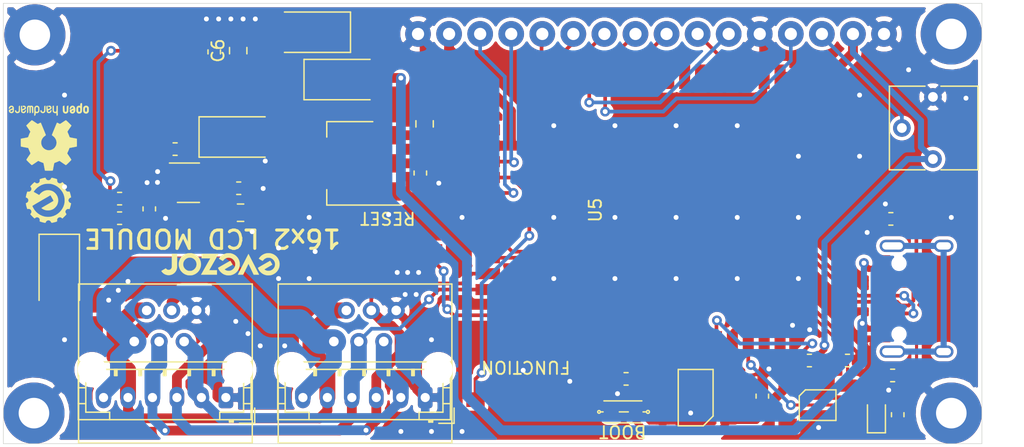
<source format=kicad_pcb>
(kicad_pcb (version 20171130) (host pcbnew "(5.1.5)-3")
  (layers (0 F.Cu signal) (31 B.Cu signal) (34 B.Paste user) (35 F.Paste user) (36 B.SilkS user) (37 F.SilkS user) (38 B.Mask user) (39 F.Mask user) (44 Edge.Cuts user))
  (net 0 "")
  (net 1 "Net-(C1-Pad2)")
  (net 2 "Net-(C1-Pad1)")
  (net 3 "Net-(C2-Pad2)")
  (net 4 +48V)
  (net 5 GND)
  (net 6 /CAN_H)
  (net 7 /CAN_L)
  (net 8 +3V3)
  (net 9 /FD_H)
  (net 10 /FD_L)
  (net 11 "Net-(D3-Pad1)")
  (net 12 "Net-(D3-Pad2)")
  (net 13 /RESET)
  (net 14 "Net-(U6-Pad2)")
  (net 15 /NEO_STATUS)
  (net 16 /VREG)
  (net 17 "Net-(C3-Pad1)")
  (net 18 "Net-(C8-Pad1)")
  (net 19 /USB_VCC)
  (net 20 "Net-(J1-PadS1)")
  (net 21 /D+)
  (net 22 "Net-(J1-PadB5)")
  (net 23 "Net-(J1-PadA8)")
  (net 24 /D-)
  (net 25 "Net-(J1-PadA5)")
  (net 26 "Net-(J1-PadB8)")
  (net 27 /BOOT)
  (net 28 /GUID_SDO)
  (net 29 /GUID_SDA)
  (net 30 "Net-(RV1-Pad2)")
  (net 31 /FUNCTION)
  (net 32 "Net-(U3-Pad4)")
  (net 33 "Net-(U3-Pad5)")
  (net 34 "Net-(U3-Pad6)")
  (net 35 "Net-(U3-Pad7)")
  (net 36 /DB7)
  (net 37 /DB6)
  (net 38 /DB5)
  (net 39 /DB4)
  (net 40 /DB3)
  (net 41 /DB2)
  (net 42 /DB1)
  (net 43 /DB0)
  (net 44 /E)
  (net 45 /RS)
  (net 46 "Net-(U5-Pad22)")
  (net 47 "Net-(U5-Pad23)")
  (net 48 "Net-(U5-Pad28)")
  (net 49 "Net-(U5-Pad9)")
  (net 50 "Net-(U5-Pad8)")
  (net 51 "Net-(U5-Pad7)")
  (net 52 "Net-(U5-Pad6)")
  (net 53 "Net-(U5-Pad5)")
  (net 54 "Net-(U5-Pad4)")
  (net 55 "Net-(U5-Pad29)")
  (net 56 "Net-(U5-Pad30)")
  (net 57 "Net-(U5-Pad31)")
  (net 58 "Net-(U5-Pad32)")
  (net 59 "Net-(U5-Pad33)")
  (net 60 "Net-(U5-Pad34)")
  (net 61 "Net-(U5-Pad35)")
  (net 62 "Net-(U5-Pad37)")
  (module EvezorLIB:LOGO_37 (layer F.Cu) (at 129.84 126.785 180)
    (fp_text reference G*** hide)
    (fp_text value LOGO hide)
  )
  (module Symbol:OSHW-Logo2_7.3x6mm_SilkScreen (layer F.Cu) (at 129.87 121.595 180)
    (fp_text reference REF** hide)
    (fp_text value OSHW-Logo2_7.3x6mm_SilkScreen hide)
  )
  (module EvezorLIB:evezor_18 (layer F.Cu) (at 143.9 132.005 180)
    (fp_text reference G*** hide)
    (fp_text value LOGO hide)
  )
  (module EvezorLIB:GUID_PS150C (layer F.Cu) (at 182.75 142.91 90)
    (fp_text reference U3)
    (fp_text value MICOCONTROLLER_GUID_SOP-8)
    (pad 4 smd roundrect (at 1.905 2.7 90) (size 0.6 1.4) (layers F.Cu F.Paste F.Mask) (net 32 "Net-(U3-Pad4)"))
    (pad 5 smd roundrect (at 1.905 -2.7 90) (size 0.6 1.4) (layers F.Cu F.Paste F.Mask) (net 33 "Net-(U3-Pad5)"))
    (pad 3 smd roundrect (at 0.635 2.7 90) (size 0.6 1.4) (layers F.Cu F.Paste F.Mask) (net 29 /GUID_SDA))
    (pad 6 smd roundrect (at 0.635 -2.7 90) (size 0.6 1.4) (layers F.Cu F.Paste F.Mask) (net 34 "Net-(U3-Pad6)"))
    (pad 2 smd roundrect (at -0.635 2.7 90) (size 0.6 1.4) (layers F.Cu F.Paste F.Mask) (net 28 /GUID_SDO))
    (pad 7 smd roundrect (at -0.635 -2.7 90) (size 0.6 1.4) (layers F.Cu F.Paste F.Mask) (net 35 "Net-(U3-Pad7)"))
    (pad 1 smd roundrect (at -1.905 2.7 90) (size 0.6 1.4) (layers F.Cu F.Paste F.Mask) (net 8 +3V3))
    (pad 8 smd roundrect (at -1.905 -2.7 90) (size 0.6 1.4) (layers F.Cu F.Paste F.Mask) (net 5 GND))
  )
  (module EvezorLIB:RJ11_C189747_Horizontal (layer F.Cu) (at 139.399999 138.319999 180)
    (fp_text reference J3)
    (fp_text value RJ11)
    (pad "" np_thru_hole circle (at 6 -2.3) (size 2.3 2.3) (drill 2.3) (layers *.Cu *.Mask))
    (pad "" np_thru_hole circle (at -6 -2.3 180) (size 2.3 2.3) (drill 2.3) (layers *.Cu *.Mask))
    (pad 5 thru_hole circle (at 1.53 2.54 180) (size 1.39 1.39) (drill 0.79) (layers *.Cu *.Mask) (net 10 /FD_L))
    (pad 3 thru_hole circle (at -0.51 2.54 180) (size 1.39 1.39) (drill 0.79) (layers *.Cu *.Mask) (net 6 /CAN_H))
    (pad 1 thru_hole circle (at -2.55 2.54 180) (size 1.39 1.39) (drill 0.79) (layers *.Cu *.Mask) (net 5 GND))
    (pad 6 thru_hole circle (at 2.55 0 180) (size 1.39 1.39) (drill 0.79) (layers *.Cu *.Mask) (net 4 +48V))
    (pad 4 thru_hole circle (at 0.51 0 180) (size 1.39 1.39) (drill 0.79) (layers *.Cu *.Mask) (net 7 /CAN_L))
    (pad 2 thru_hole circle (at -1.53 0 180) (size 1.39 1.39) (drill 0.79) (layers *.Cu *.Mask) (net 9 /FD_H))
  )
  (module EvezorLIB:16X2_LCD_3.3V (layer B.Cu) (at 206.15 110.675 180)
    (fp_text reference U4)
    (fp_text value RC1602A)
    (pad 1 thru_hole circle (at 8 -2.5 180) (size 2.1 2.1) (drill 1) (layers *.Cu *.Mask) (net 5 GND))
    (pad 2 thru_hole circle (at 10.54 -2.5 180) (size 2.1 2.1) (drill 1) (layers *.Cu *.Mask) (net 8 +3V3))
    (pad 3 thru_hole circle (at 13.08 -2.5 180) (size 2.1 2.1) (drill 1) (layers *.Cu *.Mask) (net 30 "Net-(RV1-Pad2)"))
    (pad 4 thru_hole circle (at 15.62 -2.5 180) (size 2.1 2.1) (drill 1) (layers *.Cu *.Mask) (net 45 /RS))
    (pad 5 thru_hole circle (at 18.16 -2.5 180) (size 2.1 2.1) (drill 1) (layers *.Cu *.Mask) (net 5 GND))
    (pad 6 thru_hole circle (at 20.7 -2.5 180) (size 2.1 2.1) (drill 1) (layers *.Cu *.Mask) (net 44 /E))
    (pad 7 thru_hole circle (at 23.24 -2.5 180) (size 2.1 2.1) (drill 1) (layers *.Cu *.Mask) (net 43 /DB0))
    (pad 8 thru_hole circle (at 25.78 -2.5 180) (size 2.1 2.1) (drill 1) (layers *.Cu *.Mask) (net 42 /DB1))
    (pad 9 thru_hole circle (at 28.32 -2.5 180) (size 2.1 2.1) (drill 1) (layers *.Cu *.Mask) (net 41 /DB2))
    (pad 10 thru_hole circle (at 30.86 -2.5 180) (size 2.1 2.1) (drill 1) (layers *.Cu *.Mask) (net 40 /DB3))
    (pad 11 thru_hole circle (at 33.4 -2.5 180) (size 2.1 2.1) (drill 1) (layers *.Cu *.Mask) (net 39 /DB4))
    (pad 12 thru_hole circle (at 35.94 -2.5 180) (size 2.1 2.1) (drill 1) (layers *.Cu *.Mask) (net 38 /DB5))
    (pad 13 thru_hole circle (at 38.48 -2.5 180) (size 2.1 2.1) (drill 1) (layers *.Cu *.Mask) (net 37 /DB6))
    (pad 14 thru_hole circle (at 41.02 -2.5 180) (size 2.1 2.1) (drill 1) (layers *.Cu *.Mask) (net 36 /DB7))
    (pad 15 thru_hole circle (at 43.56 -2.5 180) (size 2.1 2.1) (drill 1) (layers *.Cu *.Mask) (net 8 +3V3))
    (pad 16 thru_hole circle (at 46.1 -2.5 180) (size 2.1 2.1) (drill 1) (layers *.Cu *.Mask) (net 5 GND))
  )
  (module EvezorLIB:EDGE_STAMP (layer F.Cu) (at 166.15 127.575 270)
    (fp_text reference U5 (at 0 -8.4 90) (layer F.SilkS))
    (fp_text value EDGE_STM32F405_CPU_V1)
    (pad 17 smd custom (at -6.56 0.4 270) (size 0.9 2) (layers F.Cu F.Paste F.Mask) (net 5 GND) (options (clearance outline) (anchor rect)) (primitives))
    (pad 18 smd custom (at -5.26 0.4 270) (size 0.9 2) (layers F.Cu F.Paste F.Mask) (net 8 +3V3) (options (clearance outline) (anchor rect)) (primitives))
    (pad 19 smd custom (at -3.96 0.4 270) (size 0.9 2) (layers F.Cu F.Paste F.Mask) (net 37 /DB6) (options (clearance outline) (anchor rect)) (primitives))
    (pad 20 smd custom (at -2.66 0.4 270) (size 0.9 2) (layers F.Cu F.Paste F.Mask) (net 31 /FUNCTION) (options (clearance outline) (anchor rect)) (primitives))
    (pad 21 smd custom (at -1.36 0.4 270) (size 0.9 2) (layers F.Cu F.Paste F.Mask) (net 36 /DB7) (options (clearance outline) (anchor rect)) (primitives))
    (pad 22 smd custom (at -0.06 0.4 270) (size 0.9 2) (layers F.Cu F.Paste F.Mask) (net 46 "Net-(U5-Pad22)") (options (clearance outline) (anchor rect)) (primitives))
    (pad 23 smd custom (at 1.3 0.4 270) (size 0.9 2) (layers F.Cu F.Paste F.Mask) (net 47 "Net-(U5-Pad23)") (options (clearance outline) (anchor rect)) (primitives))
    (pad 24 smd custom (at 2.6 0.4 270) (size 0.9 2) (layers F.Cu F.Paste F.Mask) (net 24 /D-) (options (clearance outline) (anchor rect)) (primitives))
    (pad 25 smd custom (at 3.9 0.4 270) (size 0.9 2) (layers F.Cu F.Paste F.Mask) (net 21 /D+) (options (clearance outline) (anchor rect)) (primitives))
    (pad 26 smd custom (at 5.2 0.4 270) (size 0.9 2) (layers F.Cu F.Paste F.Mask) (net 6 /CAN_H) (options (clearance outline) (anchor rect)) (primitives))
    (pad 27 smd custom (at 6.5 0.4 270) (size 0.9 2) (layers F.Cu F.Paste F.Mask) (net 7 /CAN_L) (options (clearance outline) (anchor rect)) (primitives))
    (pad 16 smd custom (at -10.9 -4) (size 0.9 2) (layers F.Cu F.Paste F.Mask) (net 38 /DB5) (options (clearance outline) (anchor rect)) (primitives))
    (pad 28 smd custom (at 10.9 -4) (size 0.9 2) (layers F.Cu F.Paste F.Mask) (net 48 "Net-(U5-Pad28)") (options (clearance outline) (anchor rect)) (primitives))
    (pad 15 smd custom (at -10.9 -5.3) (size 0.9 2) (layers F.Cu F.Paste F.Mask) (net 39 /DB4) (options (clearance outline) (anchor rect)) (primitives))
    (pad 14 smd custom (at -10.9 -6.6) (size 0.9 2) (layers F.Cu F.Paste F.Mask) (net 40 /DB3) (options (clearance outline) (anchor rect)) (primitives))
    (pad 13 smd custom (at -10.9 -7.9) (size 0.9 2) (layers F.Cu F.Paste F.Mask) (net 44 /E) (options (clearance outline) (anchor rect)) (primitives))
    (pad 12 smd custom (at -10.9 -9.2) (size 0.9 2) (layers F.Cu F.Paste F.Mask) (net 45 /RS) (options (clearance outline) (anchor rect)) (primitives))
    (pad 11 smd custom (at -10.9 -10.5) (size 0.9 2) (layers F.Cu F.Paste F.Mask) (net 41 /DB2) (options (clearance outline) (anchor rect)) (primitives))
    (pad 10 smd custom (at -10.9 -11.8) (size 0.9 2) (layers F.Cu F.Paste F.Mask) (net 42 /DB1) (options (clearance outline) (anchor rect)) (primitives))
    (pad 9 smd custom (at -10.9 -13.1) (size 0.9 2) (layers F.Cu F.Paste F.Mask) (net 49 "Net-(U5-Pad9)") (options (clearance outline) (anchor rect)) (primitives))
    (pad 8 smd custom (at -10.9 -14.4) (size 0.9 2) (layers F.Cu F.Paste F.Mask) (net 50 "Net-(U5-Pad8)") (options (clearance outline) (anchor rect)) (primitives))
    (pad 7 smd custom (at -10.9 -15.7) (size 0.9 2) (layers F.Cu F.Paste F.Mask) (net 51 "Net-(U5-Pad7)") (options (clearance outline) (anchor rect)) (primitives))
    (pad 6 smd custom (at -10.9 -17) (size 0.9 2) (layers F.Cu F.Paste F.Mask) (net 52 "Net-(U5-Pad6)") (options (clearance outline) (anchor rect)) (primitives))
    (pad 5 smd custom (at -10.9 -18.3) (size 0.9 2) (layers F.Cu F.Paste F.Mask) (net 53 "Net-(U5-Pad5)") (options (clearance outline) (anchor rect)) (primitives))
    (pad 4 smd custom (at -10.9 -19.6) (size 0.9 2) (layers F.Cu F.Paste F.Mask) (net 54 "Net-(U5-Pad4)") (options (clearance outline) (anchor rect)) (primitives))
    (pad 3 smd custom (at -10.9 -20.9) (size 0.9 2) (layers F.Cu F.Paste F.Mask) (net 43 /DB0) (options (clearance outline) (anchor rect)) (primitives))
    (pad 2 smd custom (at -10.9 -22.2) (size 0.9 2) (layers F.Cu F.Paste F.Mask) (net 5 GND) (options (clearance outline) (anchor rect)) (primitives))
    (pad 1 smd custom (at -10.9 -23.5) (size 0.9 2) (layers F.Cu F.Paste F.Mask) (net 8 +3V3) (options (clearance outline) (anchor rect)) (primitives))
    (pad 29 smd custom (at 10.9 -5.3) (size 0.9 2) (layers F.Cu F.Paste F.Mask) (net 55 "Net-(U5-Pad29)") (options (clearance outline) (anchor rect)) (primitives))
    (pad 30 smd custom (at 10.9 -6.6) (size 0.9 2) (layers F.Cu F.Paste F.Mask) (net 56 "Net-(U5-Pad30)") (options (clearance outline) (anchor rect)) (primitives))
    (pad 31 smd custom (at 10.9 -7.9) (size 0.9 2) (layers F.Cu F.Paste F.Mask) (net 57 "Net-(U5-Pad31)") (options (clearance outline) (anchor rect)) (primitives))
    (pad 32 smd custom (at 10.9 -9.2) (size 0.9 2) (layers F.Cu F.Paste F.Mask) (net 58 "Net-(U5-Pad32)") (options (clearance outline) (anchor rect)) (primitives))
    (pad 33 smd custom (at 10.9 -10.5) (size 0.9 2) (layers F.Cu F.Paste F.Mask) (net 59 "Net-(U5-Pad33)") (options (clearance outline) (anchor rect)) (primitives))
    (pad 34 smd custom (at 10.9 -11.8) (size 0.9 2) (layers F.Cu F.Paste F.Mask) (net 60 "Net-(U5-Pad34)") (options (clearance outline) (anchor rect)) (primitives))
    (pad 35 smd custom (at 10.9 -13.1) (size 0.9 2) (layers F.Cu F.Paste F.Mask) (net 61 "Net-(U5-Pad35)") (options (clearance outline) (anchor rect)) (primitives))
    (pad 36 smd custom (at 10.9 -14.4) (size 0.9 2) (layers F.Cu F.Paste F.Mask) (net 27 /BOOT) (options (clearance outline) (anchor rect)) (primitives))
    (pad 37 smd custom (at 10.9 -15.7) (size 0.9 2) (layers F.Cu F.Paste F.Mask) (net 62 "Net-(U5-Pad37)") (options (clearance outline) (anchor rect)) (primitives))
    (pad 38 smd custom (at 10.9 -17) (size 0.9 2) (layers F.Cu F.Paste F.Mask) (net 13 /RESET) (options (clearance outline) (anchor rect)) (primitives))
    (pad 39 smd custom (at 10.9 -18.3) (size 0.9 2) (layers F.Cu F.Paste F.Mask) (net 29 /GUID_SDA) (options (clearance outline) (anchor rect)) (primitives))
    (pad 40 smd custom (at 10.9 -19.6) (size 0.9 2) (layers F.Cu F.Paste F.Mask) (net 28 /GUID_SDO) (options (clearance outline) (anchor rect)) (primitives))
    (pad 41 smd custom (at 10.9 -20.9) (size 0.9 2) (layers F.Cu F.Paste F.Mask) (net 12 "Net-(D3-Pad2)") (options (clearance outline) (anchor rect)) (primitives))
    (pad 42 smd custom (at 10.9 -22.2) (size 0.9 2) (layers F.Cu F.Paste F.Mask) (net 15 /NEO_STATUS) (options (clearance outline) (anchor rect)) (primitives))
    (pad 43 smd custom (at 10.9 -23.5) (size 0.9 2) (layers F.Cu F.Paste F.Mask) (net 5 GND) (options (clearance outline) (anchor rect)) (primitives))
  )
  (module Capacitor_SMD:C_0603_1608Metric (layer F.Cu) (at 188.2 142.7875 90)
    (fp_text reference C9)
    (fp_text value C_Small)
    (pad 2 smd roundrect (at 0.7875 0 90) (size 0.875 0.95) (layers F.Cu F.Paste F.Mask) (net 5 GND))
    (pad 1 smd roundrect (at -0.7875 0 90) (size 0.875 0.95) (layers F.Cu F.Paste F.Mask) (net 8 +3V3))
  )
  (module Connector_JST:JST_PH_B6B-PH-K_1x06_P2.00mm_Vertical (layer F.Cu) (at 144.34 142.9 180)
    (fp_text reference J5)
    (fp_text value PH)
    (pad 6 thru_hole oval (at 10 0 180) (size 1.2 1.75) (drill 0.75) (layers *.Cu *.Mask) (net 4 +48V))
    (pad 5 thru_hole oval (at 8 0 180) (size 1.2 1.75) (drill 0.75) (layers *.Cu *.Mask) (net 10 /FD_L))
    (pad 4 thru_hole oval (at 6 0 180) (size 1.2 1.75) (drill 0.75) (layers *.Cu *.Mask) (net 7 /CAN_L))
    (pad 3 thru_hole oval (at 4 0 180) (size 1.2 1.75) (drill 0.75) (layers *.Cu *.Mask) (net 6 /CAN_H))
    (pad 2 thru_hole oval (at 2 0 180) (size 1.2 1.75) (drill 0.75) (layers *.Cu *.Mask) (net 9 /FD_H))
    (pad 1 thru_hole roundrect (at 0 0 180) (size 1.2 1.75) (drill 0.75) (layers *.Cu *.Mask) (roundrect_rratio 0.208333) (net 5 GND))
  )
  (module Capacitor_SMD:C_0603_1608Metric (layer F.Cu) (at 143.39 114.6425 90)
    (fp_text reference C5)
    (fp_text value .1uF)
    (pad 2 smd roundrect (at 0.7875 0 90) (size 0.875 0.95) (layers F.Cu F.Paste F.Mask) (net 5 GND))
    (pad 1 smd roundrect (at -0.7875 0 90) (size 0.875 0.95) (layers F.Cu F.Paste F.Mask) (net 16 /VREG))
  )
  (module Capacitor_SMD:C_0805_2012Metric (layer F.Cu) (at 145.35 114.54 90)
    (fp_text reference C6 (at 0 -1.65 90) (layer F.SilkS))
    (fp_text value 22uF)
    (pad 2 smd roundrect (at 0.9375 0 90) (size 0.975 1.4) (layers F.Cu F.Paste F.Mask) (net 5 GND))
    (pad 1 smd roundrect (at -0.9375 0 90) (size 0.975 1.4) (layers F.Cu F.Paste F.Mask) (net 16 /VREG))
  )
  (module Capacitor_SMD:C_0603_1608Metric (layer F.Cu) (at 140.1925 122.59 180)
    (fp_text reference C1)
    (fp_text value .1uF)
    (pad 2 smd roundrect (at 0.7875 0 180) (size 0.875 0.95) (layers F.Cu F.Paste F.Mask) (net 1 "Net-(C1-Pad2)"))
    (pad 1 smd roundrect (at -0.7875 0 180) (size 0.875 0.95) (layers F.Cu F.Paste F.Mask) (net 2 "Net-(C1-Pad1)"))
  )
  (module Capacitor_SMD:C_0603_1608Metric (layer F.Cu) (at 135.6525 126.64)
    (fp_text reference C2)
    (fp_text value .1uF)
    (pad 2 smd roundrect (at 0.7875 0) (size 0.875 0.95) (layers F.Cu F.Paste F.Mask) (net 3 "Net-(C2-Pad2)"))
    (pad 1 smd roundrect (at -0.7875 0) (size 0.875 0.95) (layers F.Cu F.Paste F.Mask) (net 16 /VREG))
  )
  (module Capacitor_SMD:C_0805_2012Metric (layer F.Cu) (at 145.5425 127.79)
    (fp_text reference C4)
    (fp_text value 4.7uF)
    (pad 2 smd roundrect (at 0.9375 0) (size 0.975 1.4) (layers F.Cu F.Paste F.Mask) (net 5 GND))
    (pad 1 smd roundrect (at -0.9375 0) (size 0.975 1.4) (layers F.Cu F.Paste F.Mask) (net 17 "Net-(C3-Pad1)"))
  )
  (module EvezorLIB:RJ11_C189747_Horizontal (layer F.Cu) (at 155.719999 138.319999 180)
    (fp_text reference J2)
    (fp_text value RJ11)
    (pad "" np_thru_hole circle (at 6 -2.3) (size 2.3 2.3) (drill 2.3) (layers *.Cu *.Mask))
    (pad "" np_thru_hole circle (at -6 -2.3 180) (size 2.3 2.3) (drill 2.3) (layers *.Cu *.Mask))
    (pad 5 thru_hole circle (at 1.53 2.54 180) (size 1.39 1.39) (drill 0.79) (layers *.Cu *.Mask) (net 10 /FD_L))
    (pad 3 thru_hole circle (at -0.51 2.54 180) (size 1.39 1.39) (drill 0.79) (layers *.Cu *.Mask) (net 6 /CAN_H))
    (pad 1 thru_hole circle (at -2.55 2.54 180) (size 1.39 1.39) (drill 0.79) (layers *.Cu *.Mask) (net 5 GND))
    (pad 6 thru_hole circle (at 2.55 0 180) (size 1.39 1.39) (drill 0.79) (layers *.Cu *.Mask) (net 4 +48V))
    (pad 4 thru_hole circle (at 0.51 0 180) (size 1.39 1.39) (drill 0.79) (layers *.Cu *.Mask) (net 7 /CAN_L))
    (pad 2 thru_hole circle (at -1.53 0 180) (size 1.39 1.39) (drill 0.79) (layers *.Cu *.Mask) (net 9 /FD_H))
  )
  (module Connector_JST:JST_PH_B6B-PH-K_1x06_P2.00mm_Vertical (layer F.Cu) (at 160.64 142.9 180)
    (fp_text reference J4)
    (fp_text value PH)
    (pad 6 thru_hole oval (at 10 0 180) (size 1.2 1.75) (drill 0.75) (layers *.Cu *.Mask) (net 4 +48V))
    (pad 5 thru_hole oval (at 8 0 180) (size 1.2 1.75) (drill 0.75) (layers *.Cu *.Mask) (net 10 /FD_L))
    (pad 4 thru_hole oval (at 6 0 180) (size 1.2 1.75) (drill 0.75) (layers *.Cu *.Mask) (net 7 /CAN_L))
    (pad 3 thru_hole oval (at 4 0 180) (size 1.2 1.75) (drill 0.75) (layers *.Cu *.Mask) (net 6 /CAN_H))
    (pad 2 thru_hole oval (at 2 0 180) (size 1.2 1.75) (drill 0.75) (layers *.Cu *.Mask) (net 9 /FD_H))
    (pad 1 thru_hole roundrect (at 0 0 180) (size 1.2 1.75) (drill 0.75) (layers *.Cu *.Mask) (roundrect_rratio 0.208333) (net 5 GND))
  )
  (module Resistor_SMD:R_0603_1608Metric (layer F.Cu) (at 138.08 127.4775 90)
    (fp_text reference R1)
    (fp_text value 15k)
    (pad 2 smd roundrect (at 0.7875 0 90) (size 0.875 0.95) (layers F.Cu F.Paste F.Mask) (net 3 "Net-(C2-Pad2)"))
    (pad 1 smd roundrect (at -0.7875 0 90) (size 0.875 0.95) (layers F.Cu F.Paste F.Mask) (net 5 GND))
  )
  (module Resistor_SMD:R_0603_1608Metric (layer F.Cu) (at 135.6525 128.24)
    (fp_text reference R2)
    (fp_text value 82k)
    (pad 2 smd roundrect (at 0.7875 0) (size 0.875 0.95) (layers F.Cu F.Paste F.Mask) (net 3 "Net-(C2-Pad2)"))
    (pad 1 smd roundrect (at -0.7875 0) (size 0.875 0.95) (layers F.Cu F.Paste F.Mask) (net 16 /VREG))
  )
  (module Package_TO_SOT_SMD:SOT-23-6 (layer F.Cu) (at 141.28 125.34)
    (fp_text reference U1)
    (fp_text value V_REG)
    (pad 5 smd rect (at 1.1 0) (size 1.06 0.65) (layers F.Cu F.Paste F.Mask) (net 17 "Net-(C3-Pad1)"))
    (pad 6 smd rect (at 1.1 -0.95) (size 1.06 0.65) (layers F.Cu F.Paste F.Mask) (net 2 "Net-(C1-Pad1)"))
    (pad 4 smd rect (at 1.1 0.95) (size 1.06 0.65) (layers F.Cu F.Paste F.Mask) (net 17 "Net-(C3-Pad1)"))
    (pad 3 smd rect (at -1.1 0.95) (size 1.06 0.65) (layers F.Cu F.Paste F.Mask) (net 3 "Net-(C2-Pad2)"))
    (pad 2 smd rect (at -1.1 0) (size 1.06 0.65) (layers F.Cu F.Paste F.Mask) (net 5 GND))
    (pad 1 smd rect (at -1.1 -0.95) (size 1.06 0.65) (layers F.Cu F.Paste F.Mask) (net 1 "Net-(C1-Pad2)"))
  )
  (module Capacitor_SMD:C_0603_1608Metric (layer F.Cu) (at 145.3925 125.79)
    (fp_text reference C3)
    (fp_text value .1uF)
    (pad 2 smd roundrect (at 0.7875 0) (size 0.875 0.95) (layers F.Cu F.Paste F.Mask) (net 5 GND))
    (pad 1 smd roundrect (at -0.7875 0) (size 0.875 0.95) (layers F.Cu F.Paste F.Mask) (net 17 "Net-(C3-Pad1)"))
  )
  (module Diode_SMD:D_SMA (layer F.Cu) (at 145.55 121.6)
    (fp_text reference D1)
    (fp_text value D_Schottky)
    (pad 2 smd rect (at 2 0) (size 2.5 1.8) (layers F.Cu F.Paste F.Mask) (net 5 GND))
    (pad 1 smd rect (at -2 0) (size 2.5 1.8) (layers F.Cu F.Paste F.Mask) (net 2 "Net-(C1-Pad1)"))
  )
  (module LED_SMD:LED_0603_1608Metric (layer F.Cu) (at 197.53 144.3 90)
    (fp_text reference D3)
    (fp_text value LED)
    (pad 2 smd roundrect (at 0.7875 0 90) (size 0.875 0.95) (layers F.Cu F.Paste F.Mask) (net 12 "Net-(D3-Pad2)"))
    (pad 1 smd roundrect (at -0.7875 0 90) (size 0.875 0.95) (layers F.Cu F.Paste F.Mask) (net 11 "Net-(D3-Pad1)"))
  )
  (module EvezorLIB:INDUCTOR_7.5X6.6_GCDA0630-220MC (layer F.Cu) (at 137.47 117.725 90)
    (fp_text reference L1)
    (fp_text value 22uH)
    (pad 2 smd rect (at 2.695 0 90) (size 1.98 3.43) (layers F.Cu F.Paste F.Mask) (net 16 /VREG))
    (pad 1 smd rect (at -2.695 0 90) (size 1.98 3.43) (layers F.Cu F.Paste F.Mask) (net 2 "Net-(C1-Pad1)"))
  )
  (module Resistor_SMD:R_0603_1608Metric (layer F.Cu) (at 199.27 144.305 270)
    (fp_text reference R5)
    (fp_text value 15k)
    (pad 2 smd roundrect (at 0.7875 0 270) (size 0.875 0.95) (layers F.Cu F.Paste F.Mask) (net 11 "Net-(D3-Pad1)"))
    (pad 1 smd roundrect (at -0.7875 0 270) (size 0.875 0.95) (layers F.Cu F.Paste F.Mask) (net 5 GND))
  )
  (module EvezorLIB:SWITCH_2x3_SMD_TACTILE_GREEN (layer F.Cu) (at 157.43 130.965 180)
    (fp_text reference SW1)
    (fp_text value SW_Push)
    (pad 2 smd rect (at 3.85 0 180) (size 1.5 1.2) (layers F.Cu F.Paste F.Mask) (net 5 GND))
    (pad 1 smd rect (at -3.85 0 180) (size 1.5 1.2) (layers F.Cu F.Paste F.Mask) (net 13 /RESET))
  )
  (module Package_TO_SOT_SMD:SOT-223-3_TabPin2 (layer F.Cu) (at 154.5 123.755 180)
    (fp_text reference U2)
    (fp_text value AMS1117-3.3)
    (pad 1 smd rect (at -3.15 -2.3 180) (size 2 1.5) (layers F.Cu F.Paste F.Mask) (net 5 GND))
    (pad 3 smd rect (at -3.15 2.3 180) (size 2 1.5) (layers F.Cu F.Paste F.Mask) (net 18 "Net-(C8-Pad1)"))
    (pad 2 smd rect (at -3.15 0 180) (size 2 1.5) (layers F.Cu F.Paste F.Mask) (net 8 +3V3))
    (pad 2 smd rect (at 3.15 0 180) (size 2 3.8) (layers F.Cu F.Paste F.Mask) (net 8 +3V3))
  )
  (module EvezorLIB:NEOPIXEL_5050 (layer F.Cu) (at 192.72 143.525 180)
    (fp_text reference U6)
    (fp_text value NEOPIXEL_5050)
    (pad 3 smd rect (at -2.45 -1.6 180) (size 1.5 1) (layers F.Cu F.Paste F.Mask) (net 5 GND))
    (pad 4 smd rect (at -2.45 1.6 180) (size 1.5 1) (layers F.Cu F.Paste F.Mask) (net 15 /NEO_STATUS))
    (pad 2 smd rect (at 2.45 -1.6 180) (size 1.5 1) (layers F.Cu F.Paste F.Mask) (net 14 "Net-(U6-Pad2)"))
    (pad 1 smd rect (at 2.45 1.6 180) (size 1.5 1) (layers F.Cu F.Paste F.Mask) (net 8 +3V3))
  )
  (module MountingHole:MountingHole_2.5mm_Pad (layer F.Cu) (at 203.65 113.175)
    (fp_text reference H1)
    (fp_text value MountingHole_Pad)
    (pad 1 thru_hole circle (at 0 0) (size 5 5) (drill 2.5) (layers *.Cu *.Mask) (net 5 GND))
  )
  (module MountingHole:MountingHole_2.5mm_Pad (layer F.Cu) (at 203.65 144.175)
    (fp_text reference H2)
    (fp_text value MountingHole_Pad)
    (pad 1 thru_hole circle (at 0 0) (size 5 5) (drill 2.5) (layers *.Cu *.Mask) (net 5 GND))
  )
  (module MountingHole:MountingHole_2.5mm_Pad (layer F.Cu) (at 128.725 113.25)
    (fp_text reference H3)
    (fp_text value MountingHole_Pad)
    (pad 1 thru_hole circle (at 0 0) (size 5 5) (drill 2.5) (layers *.Cu *.Mask) (net 5 GND))
  )
  (module MountingHole:MountingHole_2.5mm_Pad (layer F.Cu) (at 128.65 144.175)
    (fp_text reference H4)
    (fp_text value MountingHole_Pad)
    (pad 1 thru_hole circle (at 0 0) (size 5 5) (drill 2.5) (layers *.Cu *.Mask) (net 5 GND))
  )
  (module Capacitor_SMD:C_0603_1608Metric (layer F.Cu) (at 177.0625 141.375 180)
    (fp_text reference C7)
    (fp_text value .1uF)
    (pad 1 smd roundrect (at -0.7875 0 180) (size 0.875 0.95) (layers F.Cu F.Paste F.Mask) (net 8 +3V3))
    (pad 2 smd roundrect (at 0.7875 0 180) (size 0.875 0.95) (layers F.Cu F.Paste F.Mask) (net 5 GND))
  )
  (module Capacitor_SMD:C_0805_2012Metric (layer F.Cu) (at 160.59 120.5275 90)
    (fp_text reference C8)
    (fp_text value 10uF)
    (pad 1 smd roundrect (at -0.9375 0 90) (size 0.975 1.4) (layers F.Cu F.Paste F.Mask) (net 18 "Net-(C8-Pad1)"))
    (pad 2 smd roundrect (at 0.9375 0 90) (size 0.975 1.4) (layers F.Cu F.Paste F.Mask) (net 5 GND))
  )
  (module Capacitor_SMD:C_0603_1608Metric (layer F.Cu) (at 160.24 124.545 270)
    (fp_text reference C10)
    (fp_text value .1uF)
    (pad 2 smd roundrect (at 0.7875 0 270) (size 0.875 0.95) (layers F.Cu F.Paste F.Mask) (net 5 GND))
    (pad 1 smd roundrect (at -0.7875 0 270) (size 0.875 0.95) (layers F.Cu F.Paste F.Mask) (net 8 +3V3))
  )
  (module Diode_SMD:D_SMA (layer F.Cu) (at 130.72 132.955 270)
    (fp_text reference D2)
    (fp_text value D_Schottky)
    (pad 1 smd rect (at -2 0 270) (size 2.5 1.8) (layers F.Cu F.Paste F.Mask) (net 17 "Net-(C3-Pad1)"))
    (pad 2 smd rect (at 2 0 270) (size 2.5 1.8) (layers F.Cu F.Paste F.Mask) (net 4 +48V))
  )
  (module Diode_SMD:D_SMA (layer F.Cu) (at 154.13 116.905)
    (fp_text reference D4)
    (fp_text value D_Schottky)
    (pad 2 smd rect (at 2 0) (size 2.5 1.8) (layers F.Cu F.Paste F.Mask) (net 19 /USB_VCC))
    (pad 1 smd rect (at -2 0) (size 2.5 1.8) (layers F.Cu F.Paste F.Mask) (net 18 "Net-(C8-Pad1)"))
  )
  (module Diode_SMD:D_SMA (layer F.Cu) (at 151.13 113.035 180)
    (fp_text reference D5)
    (fp_text value D_Schottky)
    (pad 1 smd rect (at -2 0 180) (size 2.5 1.8) (layers F.Cu F.Paste F.Mask) (net 18 "Net-(C8-Pad1)"))
    (pad 2 smd rect (at 2 0 180) (size 2.5 1.8) (layers F.Cu F.Paste F.Mask) (net 16 /VREG))
  )
  (module EvezorLIB:USB_C_Receptacle_HRO_TYPE-C-31-M-12 (layer F.Cu) (at 201.975 134.825 90)
    (fp_text reference J1)
    (fp_text value USB_C_Receptacle_USB2.0)
    (pad S1 thru_hole oval (at 4.32 1.05 90) (size 1 1.6) (drill oval 0.6 1.2) (layers *.Cu *.Mask) (net 20 "Net-(J1-PadS1)"))
    (pad "" np_thru_hole circle (at 2.89 -2.6 90) (size 0.65 0.65) (drill 0.65) (layers *.Cu *.Mask))
    (pad S1 thru_hole oval (at -4.32 1.05 90) (size 1 1.6) (drill oval 0.6 1.2) (layers *.Cu *.Mask) (net 20 "Net-(J1-PadS1)"))
    (pad "" np_thru_hole circle (at -2.89 -2.6 90) (size 0.65 0.65) (drill 0.65) (layers *.Cu *.Mask))
    (pad S1 thru_hole oval (at -4.32 -3.13 90) (size 1 2.1) (drill oval 0.6 1.7) (layers *.Cu *.Mask) (net 20 "Net-(J1-PadS1)"))
    (pad S1 thru_hole oval (at 4.32 -3.13 90) (size 1 2.1) (drill oval 0.6 1.7) (layers *.Cu *.Mask) (net 20 "Net-(J1-PadS1)"))
    (pad A6 smd rect (at -0.25 -4.045 90) (size 0.3 1.45) (layers F.Cu F.Paste F.Mask) (net 21 /D+))
    (pad B5 smd rect (at 1.75 -4.045 90) (size 0.3 1.45) (layers F.Cu F.Paste F.Mask) (net 22 "Net-(J1-PadB5)"))
    (pad A8 smd rect (at 1.25 -4.045 90) (size 0.3 1.45) (layers F.Cu F.Paste F.Mask) (net 23 "Net-(J1-PadA8)"))
    (pad B6 smd rect (at 0.75 -4.045 90) (size 0.3 1.45) (layers F.Cu F.Paste F.Mask) (net 21 /D+))
    (pad A7 smd rect (at 0.25 -4.045 90) (size 0.3 1.45) (layers F.Cu F.Paste F.Mask) (net 24 /D-))
    (pad B7 smd rect (at -0.75 -4.045 90) (size 0.3 1.45) (layers F.Cu F.Paste F.Mask) (net 24 /D-))
    (pad A5 smd rect (at -1.25 -4.045 90) (size 0.3 1.45) (layers F.Cu F.Paste F.Mask) (net 25 "Net-(J1-PadA5)"))
    (pad B8 smd rect (at -1.75 -4.045 90) (size 0.3 1.45) (layers F.Cu F.Paste F.Mask) (net 26 "Net-(J1-PadB8)"))
    (pad A12 smd rect (at 3.25 -4.045 90) (size 0.6 1.45) (layers F.Cu F.Paste F.Mask) (net 5 GND))
    (pad B4 smd rect (at 2.45 -4.045 90) (size 0.6 1.45) (layers F.Cu F.Paste F.Mask) (net 19 /USB_VCC))
    (pad A4 smd rect (at -2.45 -4.045 90) (size 0.6 1.45) (layers F.Cu F.Paste F.Mask) (net 19 /USB_VCC))
    (pad A1 smd rect (at -3.25 -4.045 90) (size 0.6 1.45) (layers F.Cu F.Paste F.Mask) (net 5 GND))
    (pad B12 smd rect (at -3.25 -4.045 90) (size 0.6 1.45) (layers F.Cu F.Paste F.Mask) (net 5 GND))
    (pad B9 smd rect (at -2.45 -4.045 90) (size 0.6 1.45) (layers F.Cu F.Paste F.Mask) (net 19 /USB_VCC))
    (pad A9 smd rect (at 2.45 -4.045 90) (size 0.6 1.45) (layers F.Cu F.Paste F.Mask) (net 19 /USB_VCC))
    (pad B1 smd rect (at 3.25 -4.045 90) (size 0.6 1.45) (layers F.Cu F.Paste F.Mask) (net 5 GND))
  )
  (module Evezor_BUTTONS:SHORT_PAD (layer F.Cu) (at 176.85 144.075)
    (fp_text reference JP1)
    (fp_text value Jumper_NO_Small)
    (pad 1 smd roundrect (at -1 0) (size 1.2 1.524) (layers F.Cu F.Paste F.Mask) (net 27 /BOOT))
    (pad 2 smd roundrect (at 1 0) (size 1.1 1.524) (layers F.Cu F.Paste F.Mask) (net 8 +3V3))
  )
  (module Resistor_SMD:R_0603_1608Metric (layer F.Cu) (at 198.7075 128.295 180)
    (fp_text reference R3)
    (fp_text value 5.1k)
    (pad 2 smd roundrect (at 0.7875 0 180) (size 0.875 0.95) (layers F.Cu F.Paste F.Mask) (net 5 GND))
    (pad 1 smd roundrect (at -0.7875 0 180) (size 0.875 0.95) (layers F.Cu F.Paste F.Mask) (net 22 "Net-(J1-PadB5)"))
  )
  (module Resistor_SMD:R_0603_1608Metric (layer F.Cu) (at 198.8525 141.095 180)
    (fp_text reference R4)
    (fp_text value 5.1k)
    (pad 1 smd roundrect (at -0.7875 0 180) (size 0.875 0.95) (layers F.Cu F.Paste F.Mask) (net 25 "Net-(J1-PadA5)"))
    (pad 2 smd roundrect (at 0.7875 0 180) (size 0.875 0.95) (layers F.Cu F.Paste F.Mask) (net 5 GND))
  )
  (module Resistor_SMD:R_0603_1608Metric (layer F.Cu) (at 195.1625 139.875)
    (fp_text reference R6)
    (fp_text value 4.7k)
    (pad 2 smd roundrect (at 0.7875 0) (size 0.875 0.95) (layers F.Cu F.Paste F.Mask) (net 28 /GUID_SDO))
    (pad 1 smd roundrect (at -0.7875 0) (size 0.875 0.95) (layers F.Cu F.Paste F.Mask) (net 8 +3V3))
  )
  (module Resistor_SMD:R_0603_1608Metric (layer F.Cu) (at 192.05 139.875 180)
    (fp_text reference R7)
    (fp_text value 4.7k)
    (pad 1 smd roundrect (at -0.7875 0 180) (size 0.875 0.95) (layers F.Cu F.Paste F.Mask) (net 8 +3V3))
    (pad 2 smd roundrect (at 0.7875 0 180) (size 0.875 0.95) (layers F.Cu F.Paste F.Mask) (net 29 /GUID_SDA))
  )
  (module Potentiometer_THT:Potentiometer_Vishay_T73YP_Vertical (layer F.Cu) (at 202.15 118.325 180)
    (fp_text reference RV1)
    (fp_text value R_POT)
    (pad 3 thru_hole circle (at 0 -5.08 180) (size 1.44 1.44) (drill 0.8) (layers *.Cu *.Mask) (net 8 +3V3))
    (pad 2 thru_hole circle (at 2.54 -2.54 180) (size 1.44 1.44) (drill 0.8) (layers *.Cu *.Mask) (net 30 "Net-(RV1-Pad2)"))
    (pad 1 thru_hole circle (at 0 0 180) (size 1.44 1.44) (drill 0.8) (layers *.Cu *.Mask) (net 5 GND))
  )
  (module EvezorLIB:SWITCH_2x3_SMD_TACTILE_GREEN (layer F.Cu) (at 168.6 143.075)
    (fp_text reference SW2)
    (fp_text value SW_Push)
    (pad 1 smd rect (at -3.85 0) (size 1.5 1.2) (layers F.Cu F.Paste F.Mask) (net 31 /FUNCTION))
    (pad 2 smd rect (at 3.85 0) (size 1.5 1.2) (layers F.Cu F.Paste F.Mask) (net 5 GND))
  )
  (gr_text BOOT (at 176.79 145.685 180) (layer F.SilkS) (effects (font (size 1 1))))
  (gr_text FUNCTION (at 168.86 140.425 180) (layer F.SilkS) (effects (font (size 1 1))))
  (gr_text RESET (at 157.58 128.245 180) (layer F.SilkS) (effects (font (size 1 1))))
  (gr_text "16x2 LCD MODULE" (at 143.24 129.885 180) (layer F.SilkS) (effects (font (size 1.5 1.5) (thickness 0.25))))
  (gr_line (start 126.15 146.675) (end 126.15 110.675) (layer Edge.Cuts) (width 0.05))
  (gr_line (start 206.15 146.675) (end 126.15 146.675) (layer Edge.Cuts) (width 0.05))
  (gr_line (start 206.15 110.675) (end 206.15 146.675) (layer Edge.Cuts) (width 0.05))
  (gr_line (start 126.15 110.675) (end 206.15 110.675) (layer Edge.Cuts) (width 0.05))
  (segment (start 140.18 123.79) (end 140.13 123.79) (width 0.7) (layer F.Cu) (net 1))
  (segment (start 140.13 123.79) (end 139.405 123.065) (width 0.7) (layer F.Cu) (net 1))
  (segment (start 140.18 124.39) (end 140.18 123.79) (width 0.7) (layer F.Cu) (net 1))
  (segment (start 139.405 123.065) (end 139.405 122.59) (width 0.7) (layer F.Cu) (net 1))
  (segment (start 142.38 122.77) (end 143.55 121.6) (width 0.2) (layer F.Cu) (net 2))
  (segment (start 142.38 124.39) (end 142.38 122.77) (width 0.2) (layer F.Cu) (net 2))
  (segment (start 142.2 122.59) (end 140.98 122.59) (width 0.2) (layer F.Cu) (net 2))
  (segment (start 142.38 122.77) (end 142.2 122.59) (width 0.2) (layer F.Cu) (net 2))
  (segment (start 140.385 120.42) (end 138.47 120.42) (width 0.2) (layer F.Cu) (net 2))
  (segment (start 140.98 121.015) (end 140.385 120.42) (width 0.2) (layer F.Cu) (net 2))
  (segment (start 140.98 122.59) (end 140.98 121.015) (width 0.2) (layer F.Cu) (net 2))
  (segment (start 136.44 128.24) (end 136.44 126.64) (width 0.9) (layer F.Cu) (net 3))
  (segment (start 138.08 126.69) (end 140.38 126.69) (width 0.9) (layer F.Cu) (net 3))
  (segment (start 138.08 126.69) (end 138.78 126.69) (width 0.7) (layer F.Cu) (net 3))
  (segment (start 138.95 126.29) (end 140.18 126.29) (width 0.7) (layer F.Cu) (net 3))
  (segment (start 138.78 126.46) (end 138.95 126.29) (width 0.7) (layer F.Cu) (net 3))
  (segment (start 138.78 126.69) (end 138.78 126.46) (width 0.7) (layer F.Cu) (net 3))
  (segment (start 136.49 126.69) (end 136.44 126.64) (width 0.9) (layer F.Cu) (net 3))
  (segment (start 138.08 126.69) (end 136.49 126.69) (width 0.9) (layer F.Cu) (net 3))
  (segment (start 134.34 142.574377) (end 135.52 141.394377) (width 1.3) (layer B.Cu) (net 4))
  (segment (start 134.34 142.9) (end 134.34 142.574377) (width 1.3) (layer B.Cu) (net 4))
  (segment (start 135.52 139.649998) (end 136.849999 138.319999) (width 1.3) (layer B.Cu) (net 4))
  (segment (start 135.52 141.394377) (end 135.52 139.649998) (width 1.3) (layer B.Cu) (net 4))
  (segment (start 150.64 142.9) (end 150.64 142.54) (width 1.3) (layer B.Cu) (net 4))
  (segment (start 153.169999 140.010001) (end 153.169999 138.319999) (width 1.3) (layer B.Cu) (net 4))
  (segment (start 150.64 142.54) (end 153.169999 140.010001) (width 1.3) (layer B.Cu) (net 4))
  (segment (start 134.76 136.23) (end 134.76 134.94) (width 2) (layer B.Cu) (net 4))
  (segment (start 136.849999 138.319999) (end 134.76 136.23) (width 2) (layer B.Cu) (net 4))
  (via (at 134.76 134.94) (size 0.8) (drill 0.4) (layers F.Cu B.Cu) (net 4))
  (segment (start 130.72 134.955) (end 134.745 134.955) (width 2) (layer F.Cu) (net 4))
  (segment (start 134.745 134.955) (end 134.76 134.94) (width 2) (layer F.Cu) (net 4))
  (via (at 135.55 134.135) (size 0.8) (drill 0.4) (layers F.Cu B.Cu) (net 4))
  (segment (start 134.76 134.94) (end 134.76 134.925) (width 0.8) (layer F.Cu) (net 4))
  (segment (start 134.76 134.94) (end 135.55 134.135) (width 2) (layer B.Cu) (net 4))
  (segment (start 134.76 134.925) (end 135.55 134.135) (width 0.8) (layer F.Cu) (net 4))
  (segment (start 135.61 134.135) (end 136.34 133.405) (width 0.8) (layer F.Cu) (net 4))
  (segment (start 135.55 134.135) (end 136.34 133.405) (width 2) (layer B.Cu) (net 4))
  (via (at 136.34 133.405) (size 0.8) (drill 0.4) (layers F.Cu B.Cu) (net 4))
  (segment (start 135.55 134.135) (end 135.61 134.135) (width 0.8) (layer F.Cu) (net 4))
  (segment (start 151.994999 138.319999) (end 153.169999 138.319999) (width 2) (layer B.Cu) (net 4))
  (segment (start 136.34 133.405) (end 137.3 132.445) (width 2) (layer B.Cu) (net 4))
  (segment (start 143.9 132.445) (end 148.1446 136.6896) (width 2) (layer B.Cu) (net 4))
  (segment (start 148.1446 136.6896) (end 150.3646 136.6896) (width 2) (layer B.Cu) (net 4))
  (segment (start 137.3 132.445) (end 143.9 132.445) (width 2) (layer B.Cu) (net 4))
  (segment (start 150.3646 136.6896) (end 151.994999 138.319999) (width 2) (layer B.Cu) (net 4))
  (via (at 138.75 125.31) (size 0.8) (drill 0.4) (layers F.Cu B.Cu) (net 5))
  (via (at 137.9 125.33) (size 0.8) (drill 0.4) (layers F.Cu B.Cu) (net 5))
  (via (at 138.76 124.43) (size 0.8) (drill 0.4) (layers F.Cu B.Cu) (net 5))
  (segment (start 197.93 131.575) (end 197.265 130.91) (width 0.3) (layer F.Cu) (net 5))
  (segment (start 197.265 130.91) (end 197.265 129.815) (width 0.3) (layer F.Cu) (net 5))
  (segment (start 197.92 129.16) (end 197.92 128.295) (width 0.3) (layer F.Cu) (net 5))
  (segment (start 197.265 129.815) (end 197.92 129.16) (width 0.3) (layer F.Cu) (net 5))
  (via (at 192.8 145.355) (size 0.8) (drill 0.4) (layers F.Cu B.Cu) (net 5))
  (via (at 146.75 111.95) (size 0.8) (drill 0.4) (layers F.Cu B.Cu) (net 5))
  (via (at 145.75 111.95) (size 0.8) (drill 0.4) (layers F.Cu B.Cu) (net 5))
  (via (at 144.75 111.95) (size 0.8) (drill 0.4) (layers F.Cu B.Cu) (net 5))
  (via (at 143.75 111.95) (size 0.8) (drill 0.4) (layers F.Cu B.Cu) (net 5))
  (via (at 142.75 111.95) (size 0.8) (drill 0.4) (layers F.Cu B.Cu) (net 5))
  (segment (start 193.03 145.125) (end 192.8 145.355) (width 0.3) (layer F.Cu) (net 5))
  (segment (start 195.17 145.125) (end 193.03 145.125) (width 0.3) (layer F.Cu) (net 5))
  (segment (start 138.08 128.265) (end 139.395 128.265) (width 0.3) (layer F.Cu) (net 5))
  (via (at 139.41 128.25) (size 0.8) (drill 0.4) (layers F.Cu B.Cu) (net 5))
  (segment (start 139.395 128.265) (end 139.41 128.25) (width 0.3) (layer F.Cu) (net 5))
  (segment (start 146.48 127.79) (end 146.48 129.33) (width 0.3) (layer F.Cu) (net 5))
  (via (at 146.49 129.34) (size 0.8) (drill 0.4) (layers F.Cu B.Cu) (net 5))
  (segment (start 146.48 129.33) (end 146.49 129.34) (width 0.3) (layer F.Cu) (net 5))
  (segment (start 146.48 126.09) (end 146.18 125.79) (width 0.3) (layer F.Cu) (net 5))
  (segment (start 146.48 127.79) (end 146.48 126.09) (width 0.3) (layer F.Cu) (net 5))
  (via (at 147.39 125.81) (size 0.8) (drill 0.4) (layers F.Cu B.Cu) (net 5))
  (segment (start 146.18 125.79) (end 147.37 125.79) (width 0.3) (layer F.Cu) (net 5))
  (segment (start 147.37 125.79) (end 147.39 125.81) (width 0.3) (layer F.Cu) (net 5))
  (segment (start 145.35 112.35) (end 145.75 111.95) (width 0.3) (layer F.Cu) (net 5))
  (segment (start 145.35 113.6025) (end 145.35 112.35) (width 0.3) (layer F.Cu) (net 5))
  (segment (start 143.39 112.31) (end 143.75 111.95) (width 0.3) (layer F.Cu) (net 5))
  (segment (start 143.39 113.855) (end 143.39 112.31) (width 0.3) (layer F.Cu) (net 5))
  (segment (start 145.0975 113.855) (end 145.35 113.6025) (width 0.3) (layer F.Cu) (net 5))
  (segment (start 143.39 113.855) (end 145.0975 113.855) (width 0.3) (layer F.Cu) (net 5))
  (segment (start 138.78 125.34) (end 138.75 125.31) (width 0.3) (layer F.Cu) (net 5))
  (segment (start 140.18 125.34) (end 138.78 125.34) (width 0.3) (layer F.Cu) (net 5))
  (segment (start 160.59 119.59) (end 162.065 119.59) (width 0.8) (layer F.Cu) (net 5))
  (segment (start 163.49 121.015) (end 165.75 121.015) (width 0.8) (layer F.Cu) (net 5))
  (segment (start 162.065 119.59) (end 163.49 121.015) (width 0.8) (layer F.Cu) (net 5))
  (segment (start 160.59 113.715) (end 160.05 113.175) (width 0.8) (layer F.Cu) (net 5))
  (segment (start 160.59 119.59) (end 160.59 113.715) (width 0.8) (layer F.Cu) (net 5))
  (segment (start 188.35 113.535) (end 188.35 116.675) (width 0.8) (layer F.Cu) (net 5))
  (segment (start 187.99 113.175) (end 188.35 113.535) (width 0.8) (layer F.Cu) (net 5))
  (via (at 151.64 130.965) (size 0.8) (drill 0.4) (layers F.Cu B.Cu) (net 5))
  (segment (start 153.58 130.965) (end 151.64 130.965) (width 0.3) (layer F.Cu) (net 5))
  (via (at 161.75 125.375) (size 0.8) (drill 0.4) (layers F.Cu B.Cu) (net 5))
  (segment (start 160.24 125.3325) (end 161.7075 125.3325) (width 0.3) (layer F.Cu) (net 5))
  (segment (start 161.7075 125.3325) (end 161.75 125.375) (width 0.3) (layer F.Cu) (net 5))
  (via (at 157.65 127.945) (size 0.8) (drill 0.4) (layers F.Cu B.Cu) (net 5))
  (segment (start 157.65 126.055) (end 157.65 127.945) (width 0.3) (layer F.Cu) (net 5))
  (via (at 147.56 123.565) (size 0.8) (drill 0.4) (layers F.Cu B.Cu) (net 5))
  (segment (start 147.55 121.6) (end 147.55 123.555) (width 0.3) (layer F.Cu) (net 5))
  (segment (start 147.55 123.555) (end 147.56 123.565) (width 0.3) (layer F.Cu) (net 5))
  (via (at 172.46 141.575) (size 0.8) (drill 0.4) (layers F.Cu B.Cu) (net 5))
  (segment (start 172.45 143.075) (end 172.45 141.585) (width 0.3) (layer F.Cu) (net 5))
  (segment (start 172.45 141.585) (end 172.46 141.575) (width 0.3) (layer F.Cu) (net 5))
  (via (at 176.36 142.585) (size 0.8) (drill 0.4) (layers F.Cu B.Cu) (net 5))
  (segment (start 176.275 141.375) (end 176.275 142.5) (width 0.3) (layer F.Cu) (net 5))
  (segment (start 176.275 142.5) (end 176.36 142.585) (width 0.3) (layer F.Cu) (net 5))
  (segment (start 145.34 142.9) (end 145.475 142.765) (width 0.3) (layer F.Cu) (net 5))
  (segment (start 144.34 142.9) (end 145.34 142.9) (width 0.3) (layer F.Cu) (net 5))
  (segment (start 145.475 142.765) (end 146.75 142.765) (width 0.3) (layer F.Cu) (net 5))
  (segment (start 146.75 142.765) (end 147.77 141.745) (width 0.3) (layer F.Cu) (net 5))
  (segment (start 147.77 130.62) (end 146.49 129.34) (width 0.3) (layer F.Cu) (net 5))
  (segment (start 147.77 141.745) (end 147.77 130.62) (width 0.3) (layer F.Cu) (net 5))
  (via (at 188.74 140.565) (size 0.8) (drill 0.4) (layers F.Cu B.Cu) (net 5))
  (segment (start 189.65 138.475) (end 189.65 139.655) (width 0.8) (layer F.Cu) (net 5))
  (segment (start 189.65 139.655) (end 188.74 140.565) (width 0.8) (layer F.Cu) (net 5))
  (segment (start 188.2 141.105) (end 188.74 140.565) (width 0.8) (layer F.Cu) (net 5))
  (segment (start 188.2 142) (end 188.2 141.105) (width 0.8) (layer F.Cu) (net 5))
  (segment (start 180.05 144.815) (end 181.69 144.815) (width 0.5) (layer F.Cu) (net 5))
  (via (at 182.34 144.165) (size 0.8) (drill 0.4) (layers F.Cu B.Cu) (net 5))
  (segment (start 181.69 144.815) (end 182.34 144.165) (width 0.5) (layer F.Cu) (net 5))
  (via (at 198.53 142.295) (size 0.8) (drill 0.4) (layers F.Cu B.Cu) (net 5))
  (segment (start 199.27 143.5175) (end 199.27 143.035) (width 0.25) (layer F.Cu) (net 5))
  (segment (start 199.27 143.035) (end 198.53 142.295) (width 0.25) (layer F.Cu) (net 5))
  (segment (start 198.065 141.83) (end 198.53 142.295) (width 0.25) (layer F.Cu) (net 5))
  (segment (start 198.065 141.095) (end 198.065 141.83) (width 0.25) (layer F.Cu) (net 5))
  (segment (start 197.505 138.075) (end 197.09 138.49) (width 0.25) (layer F.Cu) (net 5))
  (segment (start 197.93 138.075) (end 197.505 138.075) (width 0.25) (layer F.Cu) (net 5))
  (segment (start 197.6275 141.095) (end 198.065 141.095) (width 0.25) (layer F.Cu) (net 5))
  (segment (start 197.09 140.5575) (end 197.6275 141.095) (width 0.25) (layer F.Cu) (net 5))
  (segment (start 197.09 138.49) (end 197.09 140.5575) (width 0.25) (layer F.Cu) (net 5))
  (via (at 198.26 127.075) (size 0.8) (drill 0.4) (layers F.Cu B.Cu) (net 5))
  (segment (start 197.92 128.295) (end 197.92 127.415) (width 0.25) (layer F.Cu) (net 5))
  (segment (start 197.92 127.415) (end 198.26 127.075) (width 0.25) (layer F.Cu) (net 5))
  (via (at 196.77 129.405) (size 0.8) (drill 0.4) (layers F.Cu B.Cu) (net 5))
  (via (at 145.15 136.675) (size 0.8) (drill 0.4) (layers F.Cu B.Cu) (net 5))
  (via (at 146.15 137.675) (size 0.8) (drill 0.4) (layers F.Cu B.Cu) (net 5))
  (via (at 147.15 138.675) (size 0.8) (drill 0.4) (layers F.Cu B.Cu) (net 5))
  (via (at 149.15 138.675) (size 0.8) (drill 0.4) (layers F.Cu B.Cu) (net 5))
  (via (at 171.15 133.175) (size 0.8) (drill 0.4) (layers F.Cu B.Cu) (net 5))
  (via (at 176.15 133.175) (size 0.8) (drill 0.4) (layers F.Cu B.Cu) (net 5))
  (via (at 181.15 133.175) (size 0.8) (drill 0.4) (layers F.Cu B.Cu) (net 5))
  (via (at 186.15 133.175) (size 0.8) (drill 0.4) (layers F.Cu B.Cu) (net 5))
  (via (at 191.15 133.175) (size 0.8) (drill 0.4) (layers F.Cu B.Cu) (net 5))
  (via (at 191.15 128.175) (size 0.8) (drill 0.4) (layers F.Cu B.Cu) (net 5))
  (via (at 186.15 128.175) (size 0.8) (drill 0.4) (layers F.Cu B.Cu) (net 5))
  (via (at 181.15 128.175) (size 0.8) (drill 0.4) (layers F.Cu B.Cu) (net 5))
  (via (at 176.15 128.175) (size 0.8) (drill 0.4) (layers F.Cu B.Cu) (net 5))
  (via (at 171.15 128.175) (size 0.8) (drill 0.4) (layers F.Cu B.Cu) (net 5))
  (via (at 191.15 123.175) (size 0.8) (drill 0.4) (layers F.Cu B.Cu) (net 5))
  (via (at 196.15 118.175) (size 0.8) (drill 0.4) (layers F.Cu B.Cu) (net 5))
  (via (at 196.15 123.175) (size 0.8) (drill 0.4) (layers F.Cu B.Cu) (net 5))
  (via (at 171.15 120.675) (size 0.8) (drill 0.4) (layers F.Cu B.Cu) (net 5))
  (via (at 176.15 120.675) (size 0.8) (drill 0.4) (layers F.Cu B.Cu) (net 5))
  (via (at 181.15 120.675) (size 0.8) (drill 0.4) (layers F.Cu B.Cu) (net 5))
  (via (at 186.15 120.675) (size 0.8) (drill 0.4) (layers F.Cu B.Cu) (net 5))
  (via (at 151.15 128.175) (size 0.8) (drill 0.4) (layers F.Cu B.Cu) (net 5))
  (via (at 151.15 133.175) (size 0.8) (drill 0.4) (layers F.Cu B.Cu) (net 5))
  (via (at 148.65 133.175) (size 0.8) (drill 0.4) (layers F.Cu B.Cu) (net 5))
  (via (at 148.65 130.675) (size 0.8) (drill 0.4) (layers F.Cu B.Cu) (net 5))
  (via (at 131.15 118.175) (size 0.8) (drill 0.4) (layers F.Cu B.Cu) (net 5))
  (via (at 131.15 125.675) (size 0.8) (drill 0.4) (layers F.Cu B.Cu) (net 5))
  (via (at 131.15 138.175) (size 0.8) (drill 0.4) (layers F.Cu B.Cu) (net 5))
  (via (at 168.65 140.675) (size 0.8) (drill 0.4) (layers F.Cu B.Cu) (net 5))
  (via (at 163.65 128.175) (size 0.8) (drill 0.4) (layers F.Cu B.Cu) (net 5))
  (via (at 203.65 128.175) (size 0.8) (drill 0.4) (layers F.Cu B.Cu) (net 5))
  (segment (start 188.35 118.475) (end 186.15 120.675) (width 0.5) (layer F.Cu) (net 5))
  (segment (start 188.35 116.675) (end 188.35 118.475) (width 0.5) (layer F.Cu) (net 5))
  (via (at 192.07 137.355) (size 0.8) (drill 0.4) (layers F.Cu B.Cu) (net 5))
  (via (at 190.67 136.995) (size 0.8) (drill 0.4) (layers F.Cu B.Cu) (net 5))
  (segment (start 189.87 136.995) (end 190.67 136.995) (width 0.5) (layer F.Cu) (net 5))
  (segment (start 189.65 138.475) (end 189.65 137.215) (width 0.5) (layer F.Cu) (net 5))
  (segment (start 189.65 137.215) (end 189.87 136.995) (width 0.5) (layer F.Cu) (net 5))
  (via (at 200.16 116.105) (size 0.8) (drill 0.4) (layers F.Cu B.Cu) (net 5))
  (via (at 204.85 118.425) (size 0.8) (drill 0.4) (layers F.Cu B.Cu) (net 5))
  (segment (start 160.64 142.025) (end 159.35 140.735) (width 0.8) (layer B.Cu) (net 5))
  (segment (start 160.64 142.9) (end 160.64 142.025) (width 0.8) (layer B.Cu) (net 5))
  (segment (start 159.35 140.735) (end 159.35 139.575) (width 0.8) (layer B.Cu) (net 5))
  (via (at 158.65 145.675) (size 0.8) (drill 0.4) (layers F.Cu B.Cu) (net 5))
  (via (at 161.15 145.675) (size 0.8) (drill 0.4) (layers F.Cu B.Cu) (net 5))
  (via (at 163.65 145.675) (size 0.8) (drill 0.4) (layers F.Cu B.Cu) (net 5))
  (via (at 161.15 138.175) (size 0.8) (drill 0.4) (layers F.Cu B.Cu) (net 5))
  (segment (start 159.969998 139.355002) (end 160.750001 138.574999) (width 0.8) (layer F.Cu) (net 5))
  (segment (start 160.64 142.9) (end 159.969998 142.229998) (width 0.8) (layer F.Cu) (net 5))
  (segment (start 159.969998 142.229998) (end 159.969998 139.355002) (width 0.8) (layer F.Cu) (net 5))
  (segment (start 145.584315 137.675) (end 146.15 137.675) (width 0.8) (layer F.Cu) (net 5))
  (segment (start 143.649998 142.809998) (end 143.649998 139.609317) (width 0.8) (layer F.Cu) (net 5))
  (segment (start 143.74 142.9) (end 143.649998 142.809998) (width 0.8) (layer F.Cu) (net 5))
  (segment (start 143.649998 139.609317) (end 145.584315 137.675) (width 0.8) (layer F.Cu) (net 5))
  (segment (start 144.34 142.9) (end 143.74 142.9) (width 0.8) (layer F.Cu) (net 5))
  (via (at 159 134.475) (size 0.8) (drill 0.4) (layers F.Cu B.Cu) (net 5))
  (via (at 159.9 134.475) (size 0.8) (drill 0.4) (layers F.Cu B.Cu) (net 5))
  (via (at 160.1 132.675) (size 0.8) (drill 0.4) (layers F.Cu B.Cu) (net 5))
  (via (at 159.2 132.675) (size 0.8) (drill 0.4) (layers F.Cu B.Cu) (net 5))
  (via (at 158.35 132.675) (size 0.8) (drill 0.4) (layers F.Cu B.Cu) (net 5))
  (segment (start 141.34 145.575) (end 155.8 145.575) (width 0.8) (layer B.Cu) (net 6))
  (via (at 155.8 145.575) (size 0.8) (drill 0.4) (layers F.Cu B.Cu) (net 6))
  (segment (start 140.34 142.9) (end 140.34 144.575) (width 0.8) (layer B.Cu) (net 6))
  (segment (start 140.34 144.575) (end 141.34 145.575) (width 0.8) (layer B.Cu) (net 6))
  (segment (start 156.64 144.76) (end 156.64 142.9) (width 0.8) (layer F.Cu) (net 6))
  (segment (start 155.8 145.575) (end 155.825 145.575) (width 0.8) (layer F.Cu) (net 6))
  (segment (start 155.825 145.575) (end 156.64 144.76) (width 0.8) (layer F.Cu) (net 6))
  (segment (start 139.909999 135.115001) (end 139.909999 135.779999) (width 0.8) (layer F.Cu) (net 6))
  (segment (start 140.79 134.235) (end 139.909999 135.115001) (width 0.8) (layer F.Cu) (net 6))
  (segment (start 140.34 141.225) (end 143.75 137.815) (width 0.8) (layer F.Cu) (net 6))
  (segment (start 143.75 137.815) (end 143.75 135.25) (width 0.8) (layer F.Cu) (net 6))
  (segment (start 142.735 134.235) (end 140.79 134.235) (width 0.8) (layer F.Cu) (net 6))
  (segment (start 140.34 142.9) (end 140.34 141.225) (width 0.8) (layer F.Cu) (net 6))
  (segment (start 143.75 135.25) (end 142.735 134.235) (width 0.8) (layer F.Cu) (net 6))
  (segment (start 156.924998 136.474998) (end 156.229999 135.779999) (width 0.8) (layer F.Cu) (net 6))
  (segment (start 157.8716 137.024998) (end 157.474998 137.024998) (width 0.8) (layer F.Cu) (net 6))
  (segment (start 157.474998 137.024998) (end 156.924998 136.474998) (width 0.8) (layer F.Cu) (net 6))
  (segment (start 158.545 137.698398) (end 157.8716 137.024998) (width 0.8) (layer F.Cu) (net 6))
  (segment (start 158.545 139.32) (end 158.545 137.698398) (width 0.8) (layer F.Cu) (net 6))
  (segment (start 156.64 141.225) (end 158.545 139.32) (width 0.8) (layer F.Cu) (net 6))
  (segment (start 156.64 142.9) (end 156.64 141.225) (width 0.8) (layer F.Cu) (net 6))
  (segment (start 163.67 133.575) (end 164.47 132.775) (width 0.3) (layer F.Cu) (net 6))
  (segment (start 164.47 132.775) (end 165.75 132.775) (width 0.3) (layer F.Cu) (net 6))
  (segment (start 157.45212 133.575) (end 163.67 133.575) (width 0.3) (layer F.Cu) (net 6))
  (segment (start 156.229999 135.779999) (end 156.229999 134.797121) (width 0.3) (layer F.Cu) (net 6))
  (segment (start 156.229999 134.797121) (end 157.45212 133.575) (width 0.3) (layer F.Cu) (net 6))
  (segment (start 138.889999 138.319999) (end 138.889999 140.190001) (width 1.3) (layer B.Cu) (net 7))
  (segment (start 138.34 140.725) (end 138.34 142.9) (width 1.3) (layer B.Cu) (net 7))
  (segment (start 138.874999 140.190001) (end 138.34 140.725) (width 1.3) (layer B.Cu) (net 7))
  (segment (start 138.889999 140.190001) (end 138.874999 140.190001) (width 1.3) (layer B.Cu) (net 7))
  (segment (start 154.64 142.9) (end 154.64 141.3) (width 1.3) (layer B.Cu) (net 7))
  (segment (start 155.209999 140.730001) (end 155.209999 138.319999) (width 1.3) (layer B.Cu) (net 7))
  (segment (start 154.64 141.3) (end 155.209999 140.730001) (width 1.3) (layer B.Cu) (net 7))
  (segment (start 153.615 145.6) (end 139.37 145.6) (width 0.8) (layer F.Cu) (net 7))
  (segment (start 154.64 142.9) (end 154.64 144.575) (width 0.8) (layer F.Cu) (net 7))
  (via (at 139.37 145.6) (size 0.8) (drill 0.4) (layers F.Cu B.Cu) (net 7))
  (segment (start 154.64 144.575) (end 153.615 145.6) (width 0.8) (layer F.Cu) (net 7))
  (segment (start 138.34 144.57) (end 138.34 142.9) (width 0.8) (layer B.Cu) (net 7))
  (segment (start 139.37 145.6) (end 138.34 144.57) (width 0.8) (layer B.Cu) (net 7))
  (segment (start 158.550002 137.274998) (end 160.550001 135.274999) (width 0.3) (layer B.Cu) (net 7))
  (segment (start 155.209999 138.319999) (end 156.255 137.274998) (width 0.3) (layer B.Cu) (net 7))
  (via (at 160.95 134.875) (size 0.8) (drill 0.4) (layers F.Cu B.Cu) (net 7))
  (segment (start 160.550001 135.274999) (end 160.95 134.875) (width 0.3) (layer B.Cu) (net 7))
  (segment (start 156.255 137.274998) (end 158.550002 137.274998) (width 0.3) (layer B.Cu) (net 7))
  (segment (start 160.95 134.857843) (end 160.95 134.875) (width 0.3) (layer F.Cu) (net 7))
  (segment (start 165.75 134.075) (end 161.732843 134.075) (width 0.3) (layer F.Cu) (net 7))
  (segment (start 161.732843 134.075) (end 160.95 134.857843) (width 0.3) (layer F.Cu) (net 7))
  (segment (start 151.35 123.755) (end 157.65 123.755) (width 0.8) (layer F.Cu) (net 8))
  (segment (start 160.2375 123.755) (end 160.24 123.7575) (width 0.8) (layer F.Cu) (net 8))
  (segment (start 157.65 123.755) (end 160.2375 123.755) (width 0.8) (layer F.Cu) (net 8))
  (segment (start 160.24 123.7575) (end 161.9675 123.7575) (width 0.8) (layer F.Cu) (net 8))
  (segment (start 163.41 122.315) (end 165.75 122.315) (width 0.8) (layer F.Cu) (net 8))
  (segment (start 161.9675 123.7575) (end 163.41 122.315) (width 0.8) (layer F.Cu) (net 8))
  (segment (start 167.65 119.475) (end 162.59 114.415) (width 0.8) (layer F.Cu) (net 8))
  (segment (start 167.65 121.875) (end 167.65 119.475) (width 0.8) (layer F.Cu) (net 8))
  (segment (start 162.59 114.415) (end 162.59 113.175) (width 0.8) (layer F.Cu) (net 8))
  (segment (start 165.75 122.315) (end 167.21 122.315) (width 0.8) (layer F.Cu) (net 8))
  (segment (start 167.21 122.315) (end 167.65 121.875) (width 0.8) (layer F.Cu) (net 8))
  (segment (start 165.75 122.315) (end 186.11 122.315) (width 0.8) (layer F.Cu) (net 8))
  (segment (start 189.65 118.775) (end 189.65 116.675) (width 0.8) (layer F.Cu) (net 8))
  (segment (start 186.11 122.315) (end 189.65 118.775) (width 0.8) (layer F.Cu) (net 8))
  (segment (start 189.65 116.675) (end 193.65 116.675) (width 0.8) (layer F.Cu) (net 8))
  (segment (start 195.61 114.715) (end 195.61 113.175) (width 0.8) (layer F.Cu) (net 8))
  (segment (start 193.65 116.675) (end 195.61 114.715) (width 0.8) (layer F.Cu) (net 8))
  (segment (start 194.375 139.875) (end 192.8375 139.875) (width 0.8) (layer F.Cu) (net 8))
  (segment (start 191.82 141.925) (end 190.27 141.925) (width 0.8) (layer F.Cu) (net 8))
  (segment (start 192.8375 140.9075) (end 191.82 141.925) (width 0.8) (layer F.Cu) (net 8))
  (segment (start 192.8375 139.875) (end 192.8375 140.9075) (width 0.8) (layer F.Cu) (net 8))
  (segment (start 188.62 143.575) (end 188.2 143.575) (width 0.8) (layer F.Cu) (net 8))
  (segment (start 190.27 141.925) (end 188.62 143.575) (width 0.8) (layer F.Cu) (net 8))
  (segment (start 177.85 144.837) (end 178.728 145.715) (width 0.5) (layer F.Cu) (net 8))
  (segment (start 177.85 144.075) (end 177.85 144.837) (width 0.5) (layer F.Cu) (net 8))
  (segment (start 184.55 145.715) (end 185.45 144.815) (width 0.5) (layer F.Cu) (net 8))
  (segment (start 178.728 145.715) (end 184.55 145.715) (width 0.5) (layer F.Cu) (net 8))
  (segment (start 177.85 144.075) (end 177.85 141.375) (width 0.5) (layer F.Cu) (net 8))
  (segment (start 185.45 144.815) (end 187.71 144.815) (width 0.5) (layer F.Cu) (net 8))
  (segment (start 188.2 144.325) (end 188.2 143.575) (width 0.5) (layer F.Cu) (net 8))
  (segment (start 187.71 144.815) (end 188.2 144.325) (width 0.5) (layer F.Cu) (net 8))
  (segment (start 201.430001 122.685001) (end 202.15 123.405) (width 0.5) (layer B.Cu) (net 8))
  (segment (start 201.17 120.275) (end 201.17 122.425) (width 0.5) (layer B.Cu) (net 8))
  (segment (start 201.17 122.425) (end 201.430001 122.685001) (width 0.5) (layer B.Cu) (net 8))
  (segment (start 195.61 113.175) (end 195.61 114.715) (width 0.5) (layer B.Cu) (net 8))
  (segment (start 195.61 114.715) (end 201.17 120.275) (width 0.5) (layer B.Cu) (net 8))
  (segment (start 193.280454 138.057239) (end 193.280454 138.622924) (width 0.5) (layer B.Cu) (net 8))
  (via (at 193.280454 138.622924) (size 0.8) (drill 0.4) (layers F.Cu B.Cu) (net 8))
  (segment (start 200.07 123.405) (end 193.280454 130.194546) (width 0.5) (layer B.Cu) (net 8))
  (segment (start 202.15 123.405) (end 200.07 123.405) (width 0.5) (layer B.Cu) (net 8))
  (segment (start 192.8375 139.875) (end 192.8375 139.4) (width 0.5) (layer F.Cu) (net 8))
  (segment (start 192.8375 139.4) (end 193.280454 138.957046) (width 0.5) (layer F.Cu) (net 8))
  (segment (start 193.280454 130.194546) (end 193.280454 138.057239) (width 0.5) (layer B.Cu) (net 8))
  (segment (start 193.280454 138.957046) (end 193.280454 138.622924) (width 0.5) (layer F.Cu) (net 8))
  (segment (start 158.64 143.175) (end 158.64 142.9) (width 0.8) (layer B.Cu) (net 9))
  (segment (start 157.24 144.575) (end 158.64 143.175) (width 0.8) (layer B.Cu) (net 9))
  (segment (start 143.837902 144.575) (end 157.24 144.575) (width 0.8) (layer B.Cu) (net 9))
  (segment (start 142.34 143.077098) (end 143.837902 144.575) (width 0.8) (layer B.Cu) (net 9))
  (segment (start 142.34 142.9) (end 142.34 143.077098) (width 0.8) (layer B.Cu) (net 9))
  (segment (start 157.249999 140.694999) (end 157.249999 138.319999) (width 1.3) (layer B.Cu) (net 9))
  (segment (start 158.64 142.9) (end 158.64 142.085) (width 1.3) (layer B.Cu) (net 9))
  (segment (start 158.64 142.085) (end 157.249999 140.694999) (width 1.3) (layer B.Cu) (net 9))
  (segment (start 141.86 142.42) (end 142.34 142.9) (width 1.3) (layer B.Cu) (net 9))
  (segment (start 140.929999 138.319999) (end 141.86 139.25) (width 1.3) (layer B.Cu) (net 9))
  (segment (start 141.86 139.25) (end 141.86 142.42) (width 1.3) (layer B.Cu) (net 9))
  (segment (start 136.820001 135.779999) (end 137.869999 135.779999) (width 1.3) (layer F.Cu) (net 10))
  (segment (start 135.24 137.36) (end 136.820001 135.779999) (width 1.3) (layer F.Cu) (net 10))
  (segment (start 136.34 142.9) (end 136.34 140.66) (width 1.3) (layer F.Cu) (net 10))
  (segment (start 135.24 139.56) (end 135.24 137.36) (width 1.3) (layer F.Cu) (net 10))
  (segment (start 136.34 140.66) (end 135.24 139.56) (width 1.3) (layer F.Cu) (net 10))
  (segment (start 151.26 137.72712) (end 153.207121 135.779999) (width 1.3) (layer F.Cu) (net 10))
  (segment (start 153.207121 135.779999) (end 154.189999 135.779999) (width 1.3) (layer F.Cu) (net 10))
  (segment (start 152.64 142.9) (end 152.64 140.43) (width 1.3) (layer F.Cu) (net 10))
  (segment (start 151.26 139.05) (end 151.26 137.72712) (width 1.3) (layer F.Cu) (net 10))
  (segment (start 152.64 140.43) (end 151.26 139.05) (width 1.3) (layer F.Cu) (net 10))
  (segment (start 152 144.6) (end 152.64 143.96) (width 0.8) (layer F.Cu) (net 10))
  (segment (start 152.64 143.96) (end 152.64 142.9) (width 0.8) (layer F.Cu) (net 10))
  (segment (start 137 144.6) (end 152 144.6) (width 0.8) (layer F.Cu) (net 10))
  (segment (start 136.34 142.9) (end 136.34 143.94) (width 0.8) (layer F.Cu) (net 10))
  (segment (start 136.34 143.94) (end 137 144.6) (width 0.8) (layer F.Cu) (net 10))
  (segment (start 199.265 145.0875) (end 199.27 145.0925) (width 0.3) (layer F.Cu) (net 11))
  (segment (start 197.53 145.0875) (end 199.265 145.0875) (width 0.3) (layer F.Cu) (net 11))
  (segment (start 190.5325 143.5125) (end 190.53 143.515) (width 0.25) (layer F.Cu) (net 12))
  (segment (start 197.53 143.5125) (end 190.5325 143.5125) (width 0.25) (layer F.Cu) (net 12))
  (segment (start 190.53 143.515) (end 190.53 143.515) (width 0.25) (layer F.Cu) (net 12))
  (via (at 190.53 143.515) (size 0.8) (drill 0.4) (layers F.Cu B.Cu) (net 12))
  (via (at 187.263005 140.242882) (size 0.8) (drill 0.4) (layers F.Cu B.Cu) (net 12))
  (segment (start 190.53 143.515) (end 187.263005 140.248005) (width 0.3) (layer B.Cu) (net 12))
  (segment (start 187.263005 140.248005) (end 187.263005 140.242882) (width 0.3) (layer B.Cu) (net 12))
  (segment (start 187.05 140.029877) (end 187.05 138.475) (width 0.3) (layer F.Cu) (net 12))
  (segment (start 187.263005 140.242882) (end 187.05 140.029877) (width 0.3) (layer F.Cu) (net 12))
  (via (at 162.15 132.575) (size 0.8) (drill 0.4) (layers F.Cu B.Cu) (net 13))
  (segment (start 161.28 130.965) (end 161.28 131.705) (width 0.3) (layer F.Cu) (net 13))
  (segment (start 161.28 131.705) (end 162.15 132.575) (width 0.3) (layer F.Cu) (net 13))
  (via (at 162.45 135.675) (size 0.8) (drill 0.4) (layers F.Cu B.Cu) (net 13))
  (segment (start 162.15 132.575) (end 162.15 135.375) (width 0.3) (layer B.Cu) (net 13))
  (segment (start 162.15 135.375) (end 162.45 135.675) (width 0.3) (layer B.Cu) (net 13))
  (segment (start 162.45 135.675) (end 162.95 136.175) (width 0.3) (layer F.Cu) (net 13))
  (segment (start 162.95 136.175) (end 182.55 136.175) (width 0.3) (layer F.Cu) (net 13))
  (segment (start 183.15 136.775) (end 183.15 138.475) (width 0.3) (layer F.Cu) (net 13))
  (segment (start 182.55 136.175) (end 183.15 136.775) (width 0.3) (layer F.Cu) (net 13))
  (segment (start 195.17 141.175) (end 195.17 141.925) (width 0.25) (layer F.Cu) (net 15))
  (segment (start 188.35 138.475) (end 188.35 136.645) (width 0.25) (layer F.Cu) (net 15))
  (segment (start 188.87 136.125) (end 192.2 136.125) (width 0.25) (layer F.Cu) (net 15))
  (segment (start 192.2 136.125) (end 195.17 139.095) (width 0.25) (layer F.Cu) (net 15))
  (segment (start 188.35 136.645) (end 188.87 136.125) (width 0.25) (layer F.Cu) (net 15))
  (segment (start 195.17 139.095) (end 195.17 141.175) (width 0.25) (layer F.Cu) (net 15))
  (segment (start 134.865 128.24) (end 134.865 126.64) (width 0.9) (layer F.Cu) (net 16))
  (segment (start 134.865 126.64) (end 134.865 125.245) (width 0.3) (layer F.Cu) (net 16))
  (via (at 134.91 125.2) (size 0.8) (drill 0.4) (layers F.Cu B.Cu) (net 16))
  (segment (start 134.865 125.245) (end 134.91 125.2) (width 0.3) (layer F.Cu) (net 16))
  (via (at 134.95 114.55) (size 0.8) (drill 0.4) (layers F.Cu B.Cu) (net 16))
  (segment (start 136.99 114.55) (end 137.47 115.03) (width 0.3) (layer F.Cu) (net 16))
  (segment (start 134.95 114.55) (end 136.99 114.55) (width 0.3) (layer F.Cu) (net 16))
  (segment (start 133.91 124.405) (end 134.705 125.2) (width 0.3) (layer B.Cu) (net 16))
  (segment (start 133.91 115.49) (end 133.91 124.405) (width 0.3) (layer B.Cu) (net 16))
  (segment (start 134.705 125.2) (end 134.91 125.2) (width 0.3) (layer B.Cu) (net 16))
  (segment (start 134.95 114.55) (end 134.85 114.55) (width 0.3) (layer B.Cu) (net 16))
  (segment (start 134.85 114.55) (end 133.91 115.49) (width 0.3) (layer B.Cu) (net 16))
  (segment (start 144.155 125.34) (end 144.605 125.79) (width 0.7) (layer F.Cu) (net 17))
  (segment (start 142.38 125.34) (end 144.155 125.34) (width 0.7) (layer F.Cu) (net 17))
  (segment (start 142.38 126.29) (end 142.38 125.39001) (width 0.9) (layer F.Cu) (net 17))
  (segment (start 144.605 127.79) (end 144.605 125.79) (width 0.9) (layer F.Cu) (net 17))
  (segment (start 132.42 130.955) (end 132.7 130.675) (width 0.8) (layer F.Cu) (net 17))
  (segment (start 130.72 130.955) (end 132.42 130.955) (width 0.8) (layer F.Cu) (net 17))
  (segment (start 132.7 130.675) (end 143.93 130.675) (width 0.8) (layer F.Cu) (net 17))
  (segment (start 144.605 130) (end 144.605 127.79) (width 0.8) (layer F.Cu) (net 17))
  (segment (start 143.93 130.675) (end 144.605 130) (width 0.8) (layer F.Cu) (net 17))
  (segment (start 152.13 115.495) (end 152.13 116.905) (width 0.8) (layer F.Cu) (net 18))
  (segment (start 153.13 113.035) (end 153.13 114.495) (width 0.8) (layer F.Cu) (net 18))
  (segment (start 153.13 114.495) (end 152.13 115.495) (width 0.8) (layer F.Cu) (net 18))
  (segment (start 155.85 121.455) (end 157.65 121.455) (width 0.8) (layer F.Cu) (net 18))
  (segment (start 152.13 118.605) (end 154.98 121.455) (width 0.8) (layer F.Cu) (net 18))
  (segment (start 154.98 121.455) (end 155.85 121.455) (width 0.8) (layer F.Cu) (net 18))
  (segment (start 152.13 116.905) (end 152.13 118.605) (width 0.8) (layer F.Cu) (net 18))
  (segment (start 160.58 121.455) (end 160.59 121.465) (width 0.8) (layer F.Cu) (net 18))
  (segment (start 157.65 121.455) (end 160.58 121.455) (width 0.8) (layer F.Cu) (net 18))
  (segment (start 196.894998 132.375) (end 196.425 131.905002) (width 0.5) (layer F.Cu) (net 19))
  (segment (start 197.93 132.375) (end 196.894998 132.375) (width 0.5) (layer F.Cu) (net 19))
  (via (at 196.505 131.905002) (size 0.8) (drill 0.4) (layers F.Cu B.Cu) (net 19))
  (segment (start 196.425 131.905002) (end 196.505 131.905002) (width 0.25) (layer F.Cu) (net 19))
  (via (at 196.375 136.835) (size 0.8) (drill 0.4) (layers F.Cu B.Cu) (net 19))
  (segment (start 196.505 131.905002) (end 196.505 136.705) (width 0.5) (layer B.Cu) (net 19))
  (segment (start 196.505 136.705) (end 196.375 136.835) (width 0.5) (layer B.Cu) (net 19))
  (segment (start 196.815 137.275) (end 197.93 137.275) (width 0.5) (layer F.Cu) (net 19))
  (segment (start 196.375 136.835) (end 196.815 137.275) (width 0.5) (layer F.Cu) (net 19))
  (via (at 158.65 116.775) (size 0.8) (drill 0.4) (layers F.Cu B.Cu) (net 19))
  (segment (start 156.26 116.775) (end 156.13 116.905) (width 0.8) (layer F.Cu) (net 19))
  (segment (start 158.65 116.775) (end 156.26 116.775) (width 0.8) (layer F.Cu) (net 19))
  (segment (start 164.05 131.575) (end 158.65 126.175) (width 0.8) (layer B.Cu) (net 19))
  (segment (start 196.375 140.05) (end 190.85 145.575) (width 0.8) (layer B.Cu) (net 19))
  (segment (start 158.65 126.175) (end 158.65 116.775) (width 0.8) (layer B.Cu) (net 19))
  (segment (start 196.375 136.835) (end 196.375 140.05) (width 0.8) (layer B.Cu) (net 19))
  (segment (start 190.85 145.575) (end 166.85 145.575) (width 0.8) (layer B.Cu) (net 19))
  (segment (start 166.85 145.575) (end 164.05 142.775) (width 0.8) (layer B.Cu) (net 19))
  (segment (start 164.05 142.775) (end 164.05 131.575) (width 0.8) (layer B.Cu) (net 19))
  (segment (start 198.845 139.145) (end 203.025 139.145) (width 0.5) (layer B.Cu) (net 20))
  (segment (start 203.025 138.145) (end 203.025 130.505) (width 0.5) (layer B.Cu) (net 20))
  (segment (start 203.025 139.145) (end 203.025 138.145) (width 0.5) (layer B.Cu) (net 20))
  (segment (start 203.025 130.505) (end 198.845 130.505) (width 0.5) (layer B.Cu) (net 20))
  (segment (start 195.84288 135.075) (end 196.905 135.075) (width 0.3) (layer F.Cu) (net 21))
  (segment (start 196.905 135.075) (end 197.93 135.075) (width 0.3) (layer F.Cu) (net 21))
  (segment (start 192.24288 131.475) (end 195.84288 135.075) (width 0.3) (layer F.Cu) (net 21))
  (segment (start 165.75 131.475) (end 192.24288 131.475) (width 0.3) (layer F.Cu) (net 21))
  (segment (start 198.955 135.075) (end 197.93 135.075) (width 0.3) (layer F.Cu) (net 21))
  (segment (start 199.52 135.375) (end 199.22 135.075) (width 0.3) (layer F.Cu) (net 21))
  (segment (start 200.15 135.375) (end 199.52 135.375) (width 0.3) (layer F.Cu) (net 21))
  (segment (start 199.22 135.075) (end 198.955 135.075) (width 0.3) (layer F.Cu) (net 21))
  (segment (start 200.55 134.975) (end 200.15 135.375) (width 0.3) (layer F.Cu) (net 21))
  (segment (start 199.15 134.075) (end 199.45 133.775) (width 0.3) (layer F.Cu) (net 21))
  (segment (start 197.93 134.075) (end 199.15 134.075) (width 0.3) (layer F.Cu) (net 21))
  (segment (start 199.45 133.775) (end 200.15 133.775) (width 0.3) (layer F.Cu) (net 21))
  (segment (start 200.15 133.775) (end 200.55 134.175) (width 0.3) (layer F.Cu) (net 21))
  (segment (start 200.55 134.175) (end 200.55 134.975) (width 0.3) (layer F.Cu) (net 21))
  (segment (start 200.795 131.619998) (end 199.339998 133.075) (width 0.3) (layer F.Cu) (net 22))
  (segment (start 199.339998 133.075) (end 198.955 133.075) (width 0.3) (layer F.Cu) (net 22))
  (segment (start 200.795 129.005) (end 200.795 131.619998) (width 0.3) (layer F.Cu) (net 22))
  (segment (start 198.955 133.075) (end 197.93 133.075) (width 0.3) (layer F.Cu) (net 22))
  (segment (start 199.495 128.295) (end 200.085 128.295) (width 0.3) (layer F.Cu) (net 22))
  (segment (start 200.085 128.295) (end 200.795 129.005) (width 0.3) (layer F.Cu) (net 22))
  (segment (start 192.45 130.975) (end 196.05 134.575) (width 0.3) (layer F.Cu) (net 24))
  (segment (start 167.75 130.975) (end 192.45 130.975) (width 0.3) (layer F.Cu) (net 24))
  (segment (start 196.05 134.575) (end 197.93 134.575) (width 0.3) (layer F.Cu) (net 24))
  (segment (start 165.75 130.175) (end 166.95 130.175) (width 0.3) (layer F.Cu) (net 24))
  (segment (start 166.95 130.175) (end 167.75 130.975) (width 0.3) (layer F.Cu) (net 24))
  (via (at 199.79999 134.584213) (size 0.8) (drill 0.4) (layers F.Cu B.Cu) (net 24))
  (segment (start 197.93 134.575) (end 199.790777 134.575) (width 0.3) (layer F.Cu) (net 24))
  (segment (start 199.790777 134.575) (end 199.79999 134.584213) (width 0.3) (layer F.Cu) (net 24))
  (via (at 200.55 136.025) (size 0.8) (drill 0.4) (layers F.Cu B.Cu) (net 24))
  (segment (start 199.011766 135.575) (end 199.461766 136.025) (width 0.3) (layer F.Cu) (net 24))
  (segment (start 199.461766 136.025) (end 199.984315 136.025) (width 0.3) (layer F.Cu) (net 24))
  (segment (start 197.93 135.575) (end 199.011766 135.575) (width 0.3) (layer F.Cu) (net 24))
  (segment (start 199.984315 136.025) (end 200.55 136.025) (width 0.3) (layer F.Cu) (net 24))
  (segment (start 200.55 135.334223) (end 200.55 136.025) (width 0.3) (layer B.Cu) (net 24))
  (segment (start 199.79999 134.584213) (end 200.55 135.334223) (width 0.3) (layer B.Cu) (net 24))
  (segment (start 200.0775 141.095) (end 199.64 141.095) (width 0.25) (layer F.Cu) (net 25))
  (segment (start 200.81 138.045) (end 200.81 140.3625) (width 0.25) (layer F.Cu) (net 25))
  (segment (start 198.84 136.075) (end 200.81 138.045) (width 0.25) (layer F.Cu) (net 25))
  (segment (start 200.81 140.3625) (end 200.0775 141.095) (width 0.25) (layer F.Cu) (net 25))
  (segment (start 197.93 136.075) (end 198.84 136.075) (width 0.25) (layer F.Cu) (net 25))
  (segment (start 175.25 144.075) (end 175.85 144.075) (width 0.3) (layer F.Cu) (net 27))
  (segment (start 174.35 143.175) (end 175.25 144.075) (width 0.3) (layer F.Cu) (net 27))
  (segment (start 180.55 139.475) (end 179.85 140.175) (width 0.3) (layer F.Cu) (net 27))
  (segment (start 179.85 140.175) (end 175.45 140.175) (width 0.3) (layer F.Cu) (net 27))
  (segment (start 174.35 141.275) (end 174.35 143.175) (width 0.3) (layer F.Cu) (net 27))
  (segment (start 180.55 138.475) (end 180.55 139.475) (width 0.3) (layer F.Cu) (net 27))
  (segment (start 175.45 140.175) (end 174.35 141.275) (width 0.3) (layer F.Cu) (net 27))
  (segment (start 186.15 143.545) (end 185.45 143.545) (width 0.3) (layer F.Cu) (net 28))
  (segment (start 186.65 143.045) (end 186.15 143.545) (width 0.3) (layer F.Cu) (net 28))
  (segment (start 186.65 140.675) (end 186.65 143.045) (width 0.3) (layer F.Cu) (net 28))
  (segment (start 185.75 138.475) (end 185.75 139.775) (width 0.3) (layer F.Cu) (net 28))
  (segment (start 185.75 139.775) (end 186.65 140.675) (width 0.3) (layer F.Cu) (net 28))
  (segment (start 192.396756 135.649991) (end 187.575009 135.649991) (width 0.3) (layer F.Cu) (net 28))
  (segment (start 185.75 137.475) (end 185.75 138.475) (width 0.3) (layer F.Cu) (net 28))
  (segment (start 187.575009 135.649991) (end 185.75 137.475) (width 0.3) (layer F.Cu) (net 28))
  (segment (start 195.95 139.875) (end 195.95 139.203235) (width 0.3) (layer F.Cu) (net 28))
  (segment (start 195.95 139.203235) (end 192.396756 135.649991) (width 0.3) (layer F.Cu) (net 28))
  (segment (start 184.25 141.775) (end 184.75 142.275) (width 0.3) (layer F.Cu) (net 29))
  (segment (start 184.75 142.275) (end 185.45 142.275) (width 0.3) (layer F.Cu) (net 29))
  (segment (start 184.45 138.475) (end 184.25 138.675) (width 0.3) (layer F.Cu) (net 29))
  (segment (start 184.25 138.675) (end 184.25 141.775) (width 0.3) (layer F.Cu) (net 29))
  (segment (start 184.45 138.475) (end 184.45 136.635) (width 0.3) (layer F.Cu) (net 29))
  (via (at 184.49 136.595) (size 0.8) (drill 0.4) (layers F.Cu B.Cu) (net 29))
  (segment (start 184.45 136.635) (end 184.49 136.595) (width 0.3) (layer F.Cu) (net 29))
  (segment (start 191.2625 139.875) (end 191.2625 139.4) (width 0.3) (layer F.Cu) (net 29))
  (segment (start 184.49 136.595) (end 186.380002 138.485002) (width 0.3) (layer B.Cu) (net 29))
  (via (at 192.29 138.485002) (size 0.8) (drill 0.4) (layers F.Cu B.Cu) (net 29))
  (segment (start 191.724315 138.485002) (end 192.29 138.485002) (width 0.3) (layer B.Cu) (net 29))
  (segment (start 192.177498 138.485002) (end 192.29 138.485002) (width 0.3) (layer F.Cu) (net 29))
  (segment (start 186.380002 138.485002) (end 191.724315 138.485002) (width 0.3) (layer B.Cu) (net 29))
  (segment (start 191.2625 139.4) (end 192.177498 138.485002) (width 0.3) (layer F.Cu) (net 29))
  (segment (start 199.61 119.885) (end 199.61 120.865) (width 0.3) (layer B.Cu) (net 30))
  (segment (start 193.07 113.175) (end 193.07 113.345) (width 0.3) (layer B.Cu) (net 30))
  (segment (start 193.07 113.345) (end 199.61 119.885) (width 0.3) (layer B.Cu) (net 30))
  (via (at 165.25 140.875) (size 0.8) (drill 0.4) (layers F.Cu B.Cu) (net 31))
  (segment (start 164.75 141.375) (end 164.75 143.075) (width 0.3) (layer F.Cu) (net 31))
  (segment (start 165.25 140.875) (end 164.75 141.375) (width 0.3) (layer F.Cu) (net 31))
  (via (at 169.150016 129.675) (size 0.8) (drill 0.4) (layers F.Cu B.Cu) (net 31))
  (segment (start 168.750017 130.074999) (end 169.150016 129.675) (width 0.3) (layer B.Cu) (net 31))
  (segment (start 169.150016 129.109315) (end 169.150016 129.675) (width 0.3) (layer F.Cu) (net 31))
  (segment (start 165.25 140.875) (end 165.25 133.575016) (width 0.3) (layer B.Cu) (net 31))
  (segment (start 165.25 133.575016) (end 168.750017 130.074999) (width 0.3) (layer B.Cu) (net 31))
  (segment (start 169.150016 126.365014) (end 169.150016 129.109315) (width 0.3) (layer F.Cu) (net 31))
  (segment (start 167.700002 124.915) (end 169.150016 126.365014) (width 0.3) (layer F.Cu) (net 31))
  (segment (start 165.75 124.915) (end 167.700002 124.915) (width 0.3) (layer F.Cu) (net 31))
  (via (at 167.85 126.175) (size 0.8) (drill 0.4) (layers F.Cu B.Cu) (net 36))
  (segment (start 165.79 126.175) (end 165.75 126.215) (width 0.3) (layer F.Cu) (net 36))
  (segment (start 167.85 126.175) (end 165.79 126.175) (width 0.3) (layer F.Cu) (net 36))
  (segment (start 167.15 116.679924) (end 167.15 125.475) (width 0.3) (layer B.Cu) (net 36))
  (segment (start 165.13 114.659924) (end 167.15 116.679924) (width 0.3) (layer B.Cu) (net 36))
  (segment (start 165.13 113.175) (end 165.13 114.659924) (width 0.3) (layer B.Cu) (net 36))
  (segment (start 167.15 125.475) (end 167.85 126.175) (width 0.3) (layer B.Cu) (net 36))
  (segment (start 167.67 113.175) (end 167.67 123.44499) (width 0.3) (layer B.Cu) (net 37))
  (segment (start 167.67 123.44499) (end 167.90001 123.675) (width 0.3) (layer B.Cu) (net 37))
  (via (at 167.90001 123.675) (size 0.8) (drill 0.4) (layers F.Cu B.Cu) (net 37))
  (segment (start 165.75 123.615) (end 167.84001 123.615) (width 0.3) (layer F.Cu) (net 37))
  (segment (start 167.84001 123.615) (end 167.90001 123.675) (width 0.3) (layer F.Cu) (net 37))
  (segment (start 170.15 113.235) (end 170.21 113.175) (width 0.3) (layer F.Cu) (net 38))
  (segment (start 170.15 116.675) (end 170.15 113.235) (width 0.3) (layer F.Cu) (net 38))
  (segment (start 172.75 113.875) (end 172.75 113.175) (width 0.3) (layer F.Cu) (net 39))
  (segment (start 171.45 116.675) (end 171.45 115.175) (width 0.3) (layer F.Cu) (net 39))
  (segment (start 171.45 115.175) (end 172.75 113.875) (width 0.3) (layer F.Cu) (net 39))
  (segment (start 174.240001 114.224999) (end 175.29 113.175) (width 0.3) (layer F.Cu) (net 40))
  (segment (start 173.59 114.875) (end 174.240001 114.224999) (width 0.3) (layer F.Cu) (net 40))
  (segment (start 173.25 114.875) (end 173.59 114.875) (width 0.3) (layer F.Cu) (net 40))
  (segment (start 172.75 116.675) (end 172.75 115.375) (width 0.3) (layer F.Cu) (net 40))
  (segment (start 172.75 115.375) (end 173.25 114.875) (width 0.3) (layer F.Cu) (net 40))
  (segment (start 176.65 114.355) (end 177.83 113.175) (width 0.3) (layer F.Cu) (net 41))
  (segment (start 176.65 116.675) (end 176.65 114.355) (width 0.3) (layer F.Cu) (net 41))
  (segment (start 178.87 114.675) (end 179.320001 114.224999) (width 0.3) (layer F.Cu) (net 42))
  (segment (start 177.95 116.675) (end 177.95 115.275) (width 0.3) (layer F.Cu) (net 42))
  (segment (start 179.320001 114.224999) (end 180.37 113.175) (width 0.3) (layer F.Cu) (net 42))
  (segment (start 178.55 114.675) (end 178.87 114.675) (width 0.3) (layer F.Cu) (net 42))
  (segment (start 177.95 115.275) (end 178.55 114.675) (width 0.3) (layer F.Cu) (net 42))
  (segment (start 184.71 114.975) (end 182.91 113.175) (width 0.3) (layer F.Cu) (net 43))
  (segment (start 186.65 114.975) (end 184.71 114.975) (width 0.3) (layer F.Cu) (net 43))
  (segment (start 187.05 116.675) (end 187.05 115.375) (width 0.3) (layer F.Cu) (net 43))
  (segment (start 187.05 115.375) (end 186.65 114.975) (width 0.3) (layer F.Cu) (net 43))
  (via (at 174.05 118.775) (size 0.8) (drill 0.4) (layers F.Cu B.Cu) (net 44))
  (segment (start 185.45 113.175) (end 179.85 118.775) (width 0.3) (layer B.Cu) (net 44))
  (segment (start 179.85 118.775) (end 174.05 118.775) (width 0.3) (layer B.Cu) (net 44))
  (segment (start 174.05 118.775) (end 174.05 116.675) (width 0.3) (layer F.Cu) (net 44))
  (via (at 175.35 119.525) (size 0.8) (drill 0.4) (layers F.Cu B.Cu) (net 45))
  (segment (start 175.35 119.525) (end 175.35 116.675) (width 0.3) (layer F.Cu) (net 45))
  (segment (start 181.18 118.445) (end 180.1 119.525) (width 0.3) (layer B.Cu) (net 45))
  (segment (start 187.44 118.445) (end 181.18 118.445) (width 0.3) (layer B.Cu) (net 45))
  (segment (start 190.53 113.175) (end 190.53 115.355) (width 0.3) (layer B.Cu) (net 45))
  (segment (start 180.1 119.525) (end 175.35 119.525) (width 0.3) (layer B.Cu) (net 45))
  (segment (start 190.53 115.355) (end 187.44 118.445) (width 0.3) (layer B.Cu) (net 45))
  (zone (net 2) (net_name "Net-(C1-Pad1)") (layer F.Cu) (priority 1) (connect_pads yes (clearance 0)) (min_thickness 0.254) (fill yes (arc_segments 32) (thermal_gap 0.508) (thermal_bridge_width 0.508))
    (polygon (pts (xy 141.71 123.6) (xy 141.41 123.4) (xy 140.71 123.4) (xy 140.51 123.2) (xy 140.51 122.1) (xy 140.41 121.8) (xy 140.21 121.6) (xy 136.61 121.6) (xy 136.61 119.3) (xy 140.21 119.3) (xy 145.01 120.4) (xy 145.01 122.7) (xy 143.31 124.8) (xy 141.71 124.8)))
  )
  (zone (net 16) (net_name /VREG) (layer F.Cu) (priority 1) (connect_pads yes (clearance 0)) (min_thickness 0.254) (fill yes (arc_segments 32) (thermal_gap 0.508) (thermal_bridge_width 0.508))
    (polygon (pts (xy 150.39 113.935) (xy 149.72 115.775) (xy 147.39 117.715) (xy 142.64 117.715) (xy 135.92 116.415) (xy 135.91 114.175) (xy 139.17 114.085) (xy 141.32 114.905) (xy 142.84 115.045) (xy 145.9 115.045) (xy 146.87 114.655) (xy 147.71 112.275) (xy 147.96 112.155) (xy 150.37 112.135)))
  )
  (zone (net 5) (net_name GND) (layer B.Cu) (connect_pads (clearance 0.3)) (min_thickness 0.2) (fill yes (arc_segments 32) (thermal_gap 0.4) (thermal_bridge_width 0.7))
    (polygon (pts (xy 206.15 146.675) (xy 126.15 146.675) (xy 126.15 110.675) (xy 206.15 110.675)))
  )
  (zone (net 5) (net_name GND) (layer F.Cu) (connect_pads (clearance 0.3)) (min_thickness 0.2) (fill yes (arc_segments 32) (thermal_gap 0.4) (thermal_bridge_width 0.7))
    (polygon (pts (xy 206.15 146.675) (xy 126.15 146.675) (xy 126.15 110.675) (xy 206.15 110.675)))
  )
)
</source>
